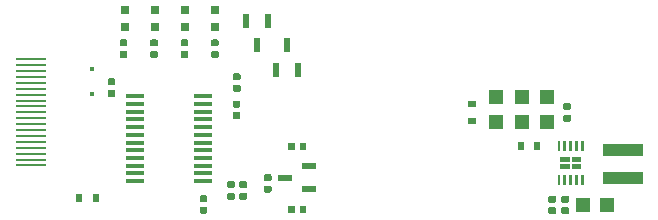
<source format=gbr>
G04 #@! TF.GenerationSoftware,KiCad,Pcbnew,5.1.5+dfsg1-2~bpo10+1*
G04 #@! TF.CreationDate,2020-03-18T11:26:50+01:00*
G04 #@! TF.ProjectId,snickerdoodle-hdmi-breakout,736e6963-6b65-4726-946f-6f646c652d68,rev?*
G04 #@! TF.SameCoordinates,Original*
G04 #@! TF.FileFunction,Paste,Top*
G04 #@! TF.FilePolarity,Positive*
%FSLAX46Y46*%
G04 Gerber Fmt 4.6, Leading zero omitted, Abs format (unit mm)*
G04 Created by KiCad (PCBNEW 5.1.5+dfsg1-2~bpo10+1) date 2020-03-18 11:26:50*
%MOMM*%
%LPD*%
G04 APERTURE LIST*
%ADD10C,0.100000*%
%ADD11R,0.600000X0.800000*%
%ADD12R,0.800000X0.600000*%
%ADD13R,2.600000X0.280000*%
%ADD14R,0.600000X1.300000*%
%ADD15R,3.400000X1.000000*%
%ADD16R,0.800000X0.800000*%
%ADD17R,1.200000X1.200000*%
%ADD18R,1.500000X0.450000*%
%ADD19R,1.300000X0.600000*%
%ADD20R,0.300000X0.400000*%
G04 APERTURE END LIST*
D10*
G36*
X156096958Y-118320710D02*
G01*
X156111276Y-118322834D01*
X156125317Y-118326351D01*
X156138946Y-118331228D01*
X156152031Y-118337417D01*
X156164447Y-118344858D01*
X156176073Y-118353481D01*
X156186798Y-118363202D01*
X156196519Y-118373927D01*
X156205142Y-118385553D01*
X156212583Y-118397969D01*
X156218772Y-118411054D01*
X156223649Y-118424683D01*
X156227166Y-118438724D01*
X156229290Y-118453042D01*
X156230000Y-118467500D01*
X156230000Y-118762500D01*
X156229290Y-118776958D01*
X156227166Y-118791276D01*
X156223649Y-118805317D01*
X156218772Y-118818946D01*
X156212583Y-118832031D01*
X156205142Y-118844447D01*
X156196519Y-118856073D01*
X156186798Y-118866798D01*
X156176073Y-118876519D01*
X156164447Y-118885142D01*
X156152031Y-118892583D01*
X156138946Y-118898772D01*
X156125317Y-118903649D01*
X156111276Y-118907166D01*
X156096958Y-118909290D01*
X156082500Y-118910000D01*
X155737500Y-118910000D01*
X155723042Y-118909290D01*
X155708724Y-118907166D01*
X155694683Y-118903649D01*
X155681054Y-118898772D01*
X155667969Y-118892583D01*
X155655553Y-118885142D01*
X155643927Y-118876519D01*
X155633202Y-118866798D01*
X155623481Y-118856073D01*
X155614858Y-118844447D01*
X155607417Y-118832031D01*
X155601228Y-118818946D01*
X155596351Y-118805317D01*
X155592834Y-118791276D01*
X155590710Y-118776958D01*
X155590000Y-118762500D01*
X155590000Y-118467500D01*
X155590710Y-118453042D01*
X155592834Y-118438724D01*
X155596351Y-118424683D01*
X155601228Y-118411054D01*
X155607417Y-118397969D01*
X155614858Y-118385553D01*
X155623481Y-118373927D01*
X155633202Y-118363202D01*
X155643927Y-118353481D01*
X155655553Y-118344858D01*
X155667969Y-118337417D01*
X155681054Y-118331228D01*
X155694683Y-118326351D01*
X155708724Y-118322834D01*
X155723042Y-118320710D01*
X155737500Y-118320000D01*
X156082500Y-118320000D01*
X156096958Y-118320710D01*
G37*
G36*
X156096958Y-119290710D02*
G01*
X156111276Y-119292834D01*
X156125317Y-119296351D01*
X156138946Y-119301228D01*
X156152031Y-119307417D01*
X156164447Y-119314858D01*
X156176073Y-119323481D01*
X156186798Y-119333202D01*
X156196519Y-119343927D01*
X156205142Y-119355553D01*
X156212583Y-119367969D01*
X156218772Y-119381054D01*
X156223649Y-119394683D01*
X156227166Y-119408724D01*
X156229290Y-119423042D01*
X156230000Y-119437500D01*
X156230000Y-119732500D01*
X156229290Y-119746958D01*
X156227166Y-119761276D01*
X156223649Y-119775317D01*
X156218772Y-119788946D01*
X156212583Y-119802031D01*
X156205142Y-119814447D01*
X156196519Y-119826073D01*
X156186798Y-119836798D01*
X156176073Y-119846519D01*
X156164447Y-119855142D01*
X156152031Y-119862583D01*
X156138946Y-119868772D01*
X156125317Y-119873649D01*
X156111276Y-119877166D01*
X156096958Y-119879290D01*
X156082500Y-119880000D01*
X155737500Y-119880000D01*
X155723042Y-119879290D01*
X155708724Y-119877166D01*
X155694683Y-119873649D01*
X155681054Y-119868772D01*
X155667969Y-119862583D01*
X155655553Y-119855142D01*
X155643927Y-119846519D01*
X155633202Y-119836798D01*
X155623481Y-119826073D01*
X155614858Y-119814447D01*
X155607417Y-119802031D01*
X155601228Y-119788946D01*
X155596351Y-119775317D01*
X155592834Y-119761276D01*
X155590710Y-119746958D01*
X155590000Y-119732500D01*
X155590000Y-119437500D01*
X155590710Y-119423042D01*
X155592834Y-119408724D01*
X155596351Y-119394683D01*
X155601228Y-119381054D01*
X155607417Y-119367969D01*
X155614858Y-119355553D01*
X155623481Y-119343927D01*
X155633202Y-119333202D01*
X155643927Y-119323481D01*
X155655553Y-119314858D01*
X155667969Y-119307417D01*
X155681054Y-119301228D01*
X155694683Y-119296351D01*
X155708724Y-119292834D01*
X155723042Y-119290710D01*
X155737500Y-119290000D01*
X156082500Y-119290000D01*
X156096958Y-119290710D01*
G37*
G36*
X157126958Y-118320710D02*
G01*
X157141276Y-118322834D01*
X157155317Y-118326351D01*
X157168946Y-118331228D01*
X157182031Y-118337417D01*
X157194447Y-118344858D01*
X157206073Y-118353481D01*
X157216798Y-118363202D01*
X157226519Y-118373927D01*
X157235142Y-118385553D01*
X157242583Y-118397969D01*
X157248772Y-118411054D01*
X157253649Y-118424683D01*
X157257166Y-118438724D01*
X157259290Y-118453042D01*
X157260000Y-118467500D01*
X157260000Y-118762500D01*
X157259290Y-118776958D01*
X157257166Y-118791276D01*
X157253649Y-118805317D01*
X157248772Y-118818946D01*
X157242583Y-118832031D01*
X157235142Y-118844447D01*
X157226519Y-118856073D01*
X157216798Y-118866798D01*
X157206073Y-118876519D01*
X157194447Y-118885142D01*
X157182031Y-118892583D01*
X157168946Y-118898772D01*
X157155317Y-118903649D01*
X157141276Y-118907166D01*
X157126958Y-118909290D01*
X157112500Y-118910000D01*
X156767500Y-118910000D01*
X156753042Y-118909290D01*
X156738724Y-118907166D01*
X156724683Y-118903649D01*
X156711054Y-118898772D01*
X156697969Y-118892583D01*
X156685553Y-118885142D01*
X156673927Y-118876519D01*
X156663202Y-118866798D01*
X156653481Y-118856073D01*
X156644858Y-118844447D01*
X156637417Y-118832031D01*
X156631228Y-118818946D01*
X156626351Y-118805317D01*
X156622834Y-118791276D01*
X156620710Y-118776958D01*
X156620000Y-118762500D01*
X156620000Y-118467500D01*
X156620710Y-118453042D01*
X156622834Y-118438724D01*
X156626351Y-118424683D01*
X156631228Y-118411054D01*
X156637417Y-118397969D01*
X156644858Y-118385553D01*
X156653481Y-118373927D01*
X156663202Y-118363202D01*
X156673927Y-118353481D01*
X156685553Y-118344858D01*
X156697969Y-118337417D01*
X156711054Y-118331228D01*
X156724683Y-118326351D01*
X156738724Y-118322834D01*
X156753042Y-118320710D01*
X156767500Y-118320000D01*
X157112500Y-118320000D01*
X157126958Y-118320710D01*
G37*
G36*
X157126958Y-119290710D02*
G01*
X157141276Y-119292834D01*
X157155317Y-119296351D01*
X157168946Y-119301228D01*
X157182031Y-119307417D01*
X157194447Y-119314858D01*
X157206073Y-119323481D01*
X157216798Y-119333202D01*
X157226519Y-119343927D01*
X157235142Y-119355553D01*
X157242583Y-119367969D01*
X157248772Y-119381054D01*
X157253649Y-119394683D01*
X157257166Y-119408724D01*
X157259290Y-119423042D01*
X157260000Y-119437500D01*
X157260000Y-119732500D01*
X157259290Y-119746958D01*
X157257166Y-119761276D01*
X157253649Y-119775317D01*
X157248772Y-119788946D01*
X157242583Y-119802031D01*
X157235142Y-119814447D01*
X157226519Y-119826073D01*
X157216798Y-119836798D01*
X157206073Y-119846519D01*
X157194447Y-119855142D01*
X157182031Y-119862583D01*
X157168946Y-119868772D01*
X157155317Y-119873649D01*
X157141276Y-119877166D01*
X157126958Y-119879290D01*
X157112500Y-119880000D01*
X156767500Y-119880000D01*
X156753042Y-119879290D01*
X156738724Y-119877166D01*
X156724683Y-119873649D01*
X156711054Y-119868772D01*
X156697969Y-119862583D01*
X156685553Y-119855142D01*
X156673927Y-119846519D01*
X156663202Y-119836798D01*
X156653481Y-119826073D01*
X156644858Y-119814447D01*
X156637417Y-119802031D01*
X156631228Y-119788946D01*
X156626351Y-119775317D01*
X156622834Y-119761276D01*
X156620710Y-119746958D01*
X156620000Y-119732500D01*
X156620000Y-119437500D01*
X156620710Y-119423042D01*
X156622834Y-119408724D01*
X156626351Y-119394683D01*
X156631228Y-119381054D01*
X156637417Y-119367969D01*
X156644858Y-119355553D01*
X156653481Y-119343927D01*
X156663202Y-119333202D01*
X156673927Y-119323481D01*
X156685553Y-119314858D01*
X156697969Y-119307417D01*
X156711054Y-119301228D01*
X156724683Y-119296351D01*
X156738724Y-119292834D01*
X156753042Y-119290710D01*
X156767500Y-119290000D01*
X157112500Y-119290000D01*
X157126958Y-119290710D01*
G37*
D11*
X143080000Y-119750000D03*
X144480000Y-119750000D03*
D12*
X176310000Y-111800000D03*
X176310000Y-113200000D03*
D13*
X138980000Y-107990000D03*
X138980000Y-108490000D03*
X138980000Y-108990000D03*
X138980000Y-109490000D03*
X138980000Y-109990000D03*
X138980000Y-110490000D03*
X138980000Y-110990000D03*
X138980000Y-111490000D03*
X138980000Y-111990000D03*
X138980000Y-116990000D03*
X138980000Y-116490000D03*
X138980000Y-115990000D03*
X138980000Y-115490000D03*
X138980000Y-114990000D03*
X138980000Y-114490000D03*
X138980000Y-113990000D03*
X138980000Y-113490000D03*
X138980000Y-112990000D03*
X138980000Y-112490000D03*
D10*
G36*
X185476762Y-116830578D02*
G01*
X185488411Y-116832306D01*
X185499834Y-116835167D01*
X185510922Y-116839134D01*
X185521568Y-116844169D01*
X185531668Y-116850224D01*
X185541127Y-116857239D01*
X185549853Y-116865147D01*
X185557761Y-116873873D01*
X185564776Y-116883332D01*
X185570831Y-116893432D01*
X185575866Y-116904078D01*
X185579833Y-116915166D01*
X185582694Y-116926589D01*
X185584422Y-116938238D01*
X185585000Y-116950000D01*
X185585000Y-117190000D01*
X185584422Y-117201762D01*
X185582694Y-117213411D01*
X185579833Y-117224834D01*
X185575866Y-117235922D01*
X185570831Y-117246568D01*
X185564776Y-117256668D01*
X185557761Y-117266127D01*
X185549853Y-117274853D01*
X185541127Y-117282761D01*
X185531668Y-117289776D01*
X185521568Y-117295831D01*
X185510922Y-117300866D01*
X185499834Y-117304833D01*
X185488411Y-117307694D01*
X185476762Y-117309422D01*
X185465000Y-117310000D01*
X184895000Y-117310000D01*
X184883238Y-117309422D01*
X184871589Y-117307694D01*
X184860166Y-117304833D01*
X184849078Y-117300866D01*
X184838432Y-117295831D01*
X184828332Y-117289776D01*
X184818873Y-117282761D01*
X184810147Y-117274853D01*
X184802239Y-117266127D01*
X184795224Y-117256668D01*
X184789169Y-117246568D01*
X184784134Y-117235922D01*
X184780167Y-117224834D01*
X184777306Y-117213411D01*
X184775578Y-117201762D01*
X184775000Y-117190000D01*
X184775000Y-116950000D01*
X184775578Y-116938238D01*
X184777306Y-116926589D01*
X184780167Y-116915166D01*
X184784134Y-116904078D01*
X184789169Y-116893432D01*
X184795224Y-116883332D01*
X184802239Y-116873873D01*
X184810147Y-116865147D01*
X184818873Y-116857239D01*
X184828332Y-116850224D01*
X184838432Y-116844169D01*
X184849078Y-116839134D01*
X184860166Y-116835167D01*
X184871589Y-116832306D01*
X184883238Y-116830578D01*
X184895000Y-116830000D01*
X185465000Y-116830000D01*
X185476762Y-116830578D01*
G37*
G36*
X184476762Y-116230578D02*
G01*
X184488411Y-116232306D01*
X184499834Y-116235167D01*
X184510922Y-116239134D01*
X184521568Y-116244169D01*
X184531668Y-116250224D01*
X184541127Y-116257239D01*
X184549853Y-116265147D01*
X184557761Y-116273873D01*
X184564776Y-116283332D01*
X184570831Y-116293432D01*
X184575866Y-116304078D01*
X184579833Y-116315166D01*
X184582694Y-116326589D01*
X184584422Y-116338238D01*
X184585000Y-116350000D01*
X184585000Y-116590000D01*
X184584422Y-116601762D01*
X184582694Y-116613411D01*
X184579833Y-116624834D01*
X184575866Y-116635922D01*
X184570831Y-116646568D01*
X184564776Y-116656668D01*
X184557761Y-116666127D01*
X184549853Y-116674853D01*
X184541127Y-116682761D01*
X184531668Y-116689776D01*
X184521568Y-116695831D01*
X184510922Y-116700866D01*
X184499834Y-116704833D01*
X184488411Y-116707694D01*
X184476762Y-116709422D01*
X184465000Y-116710000D01*
X183895000Y-116710000D01*
X183883238Y-116709422D01*
X183871589Y-116707694D01*
X183860166Y-116704833D01*
X183849078Y-116700866D01*
X183838432Y-116695831D01*
X183828332Y-116689776D01*
X183818873Y-116682761D01*
X183810147Y-116674853D01*
X183802239Y-116666127D01*
X183795224Y-116656668D01*
X183789169Y-116646568D01*
X183784134Y-116635922D01*
X183780167Y-116624834D01*
X183777306Y-116613411D01*
X183775578Y-116601762D01*
X183775000Y-116590000D01*
X183775000Y-116350000D01*
X183775578Y-116338238D01*
X183777306Y-116326589D01*
X183780167Y-116315166D01*
X183784134Y-116304078D01*
X183789169Y-116293432D01*
X183795224Y-116283332D01*
X183802239Y-116273873D01*
X183810147Y-116265147D01*
X183818873Y-116257239D01*
X183828332Y-116250224D01*
X183838432Y-116244169D01*
X183849078Y-116239134D01*
X183860166Y-116235167D01*
X183871589Y-116232306D01*
X183883238Y-116230578D01*
X183895000Y-116230000D01*
X184465000Y-116230000D01*
X184476762Y-116230578D01*
G37*
G36*
X184748626Y-117770301D02*
G01*
X184754693Y-117771201D01*
X184760643Y-117772691D01*
X184766418Y-117774758D01*
X184771962Y-117777380D01*
X184777223Y-117780533D01*
X184782150Y-117784187D01*
X184786694Y-117788306D01*
X184790813Y-117792850D01*
X184794467Y-117797777D01*
X184797620Y-117803038D01*
X184800242Y-117808582D01*
X184802309Y-117814357D01*
X184803799Y-117820307D01*
X184804699Y-117826374D01*
X184805000Y-117832500D01*
X184805000Y-118582500D01*
X184804699Y-118588626D01*
X184803799Y-118594693D01*
X184802309Y-118600643D01*
X184800242Y-118606418D01*
X184797620Y-118611962D01*
X184794467Y-118617223D01*
X184790813Y-118622150D01*
X184786694Y-118626694D01*
X184782150Y-118630813D01*
X184777223Y-118634467D01*
X184771962Y-118637620D01*
X184766418Y-118640242D01*
X184760643Y-118642309D01*
X184754693Y-118643799D01*
X184748626Y-118644699D01*
X184742500Y-118645000D01*
X184617500Y-118645000D01*
X184611374Y-118644699D01*
X184605307Y-118643799D01*
X184599357Y-118642309D01*
X184593582Y-118640242D01*
X184588038Y-118637620D01*
X184582777Y-118634467D01*
X184577850Y-118630813D01*
X184573306Y-118626694D01*
X184569187Y-118622150D01*
X184565533Y-118617223D01*
X184562380Y-118611962D01*
X184559758Y-118606418D01*
X184557691Y-118600643D01*
X184556201Y-118594693D01*
X184555301Y-118588626D01*
X184555000Y-118582500D01*
X184555000Y-117832500D01*
X184555301Y-117826374D01*
X184556201Y-117820307D01*
X184557691Y-117814357D01*
X184559758Y-117808582D01*
X184562380Y-117803038D01*
X184565533Y-117797777D01*
X184569187Y-117792850D01*
X184573306Y-117788306D01*
X184577850Y-117784187D01*
X184582777Y-117780533D01*
X184588038Y-117777380D01*
X184593582Y-117774758D01*
X184599357Y-117772691D01*
X184605307Y-117771201D01*
X184611374Y-117770301D01*
X184617500Y-117770000D01*
X184742500Y-117770000D01*
X184748626Y-117770301D01*
G37*
G36*
X185248626Y-117770301D02*
G01*
X185254693Y-117771201D01*
X185260643Y-117772691D01*
X185266418Y-117774758D01*
X185271962Y-117777380D01*
X185277223Y-117780533D01*
X185282150Y-117784187D01*
X185286694Y-117788306D01*
X185290813Y-117792850D01*
X185294467Y-117797777D01*
X185297620Y-117803038D01*
X185300242Y-117808582D01*
X185302309Y-117814357D01*
X185303799Y-117820307D01*
X185304699Y-117826374D01*
X185305000Y-117832500D01*
X185305000Y-118582500D01*
X185304699Y-118588626D01*
X185303799Y-118594693D01*
X185302309Y-118600643D01*
X185300242Y-118606418D01*
X185297620Y-118611962D01*
X185294467Y-118617223D01*
X185290813Y-118622150D01*
X185286694Y-118626694D01*
X185282150Y-118630813D01*
X185277223Y-118634467D01*
X185271962Y-118637620D01*
X185266418Y-118640242D01*
X185260643Y-118642309D01*
X185254693Y-118643799D01*
X185248626Y-118644699D01*
X185242500Y-118645000D01*
X185117500Y-118645000D01*
X185111374Y-118644699D01*
X185105307Y-118643799D01*
X185099357Y-118642309D01*
X185093582Y-118640242D01*
X185088038Y-118637620D01*
X185082777Y-118634467D01*
X185077850Y-118630813D01*
X185073306Y-118626694D01*
X185069187Y-118622150D01*
X185065533Y-118617223D01*
X185062380Y-118611962D01*
X185059758Y-118606418D01*
X185057691Y-118600643D01*
X185056201Y-118594693D01*
X185055301Y-118588626D01*
X185055000Y-118582500D01*
X185055000Y-117832500D01*
X185055301Y-117826374D01*
X185056201Y-117820307D01*
X185057691Y-117814357D01*
X185059758Y-117808582D01*
X185062380Y-117803038D01*
X185065533Y-117797777D01*
X185069187Y-117792850D01*
X185073306Y-117788306D01*
X185077850Y-117784187D01*
X185082777Y-117780533D01*
X185088038Y-117777380D01*
X185093582Y-117774758D01*
X185099357Y-117772691D01*
X185105307Y-117771201D01*
X185111374Y-117770301D01*
X185117500Y-117770000D01*
X185242500Y-117770000D01*
X185248626Y-117770301D01*
G37*
G36*
X185748626Y-117770301D02*
G01*
X185754693Y-117771201D01*
X185760643Y-117772691D01*
X185766418Y-117774758D01*
X185771962Y-117777380D01*
X185777223Y-117780533D01*
X185782150Y-117784187D01*
X185786694Y-117788306D01*
X185790813Y-117792850D01*
X185794467Y-117797777D01*
X185797620Y-117803038D01*
X185800242Y-117808582D01*
X185802309Y-117814357D01*
X185803799Y-117820307D01*
X185804699Y-117826374D01*
X185805000Y-117832500D01*
X185805000Y-118582500D01*
X185804699Y-118588626D01*
X185803799Y-118594693D01*
X185802309Y-118600643D01*
X185800242Y-118606418D01*
X185797620Y-118611962D01*
X185794467Y-118617223D01*
X185790813Y-118622150D01*
X185786694Y-118626694D01*
X185782150Y-118630813D01*
X185777223Y-118634467D01*
X185771962Y-118637620D01*
X185766418Y-118640242D01*
X185760643Y-118642309D01*
X185754693Y-118643799D01*
X185748626Y-118644699D01*
X185742500Y-118645000D01*
X185617500Y-118645000D01*
X185611374Y-118644699D01*
X185605307Y-118643799D01*
X185599357Y-118642309D01*
X185593582Y-118640242D01*
X185588038Y-118637620D01*
X185582777Y-118634467D01*
X185577850Y-118630813D01*
X185573306Y-118626694D01*
X185569187Y-118622150D01*
X185565533Y-118617223D01*
X185562380Y-118611962D01*
X185559758Y-118606418D01*
X185557691Y-118600643D01*
X185556201Y-118594693D01*
X185555301Y-118588626D01*
X185555000Y-118582500D01*
X185555000Y-117832500D01*
X185555301Y-117826374D01*
X185556201Y-117820307D01*
X185557691Y-117814357D01*
X185559758Y-117808582D01*
X185562380Y-117803038D01*
X185565533Y-117797777D01*
X185569187Y-117792850D01*
X185573306Y-117788306D01*
X185577850Y-117784187D01*
X185582777Y-117780533D01*
X185588038Y-117777380D01*
X185593582Y-117774758D01*
X185599357Y-117772691D01*
X185605307Y-117771201D01*
X185611374Y-117770301D01*
X185617500Y-117770000D01*
X185742500Y-117770000D01*
X185748626Y-117770301D01*
G37*
G36*
X183748626Y-117770301D02*
G01*
X183754693Y-117771201D01*
X183760643Y-117772691D01*
X183766418Y-117774758D01*
X183771962Y-117777380D01*
X183777223Y-117780533D01*
X183782150Y-117784187D01*
X183786694Y-117788306D01*
X183790813Y-117792850D01*
X183794467Y-117797777D01*
X183797620Y-117803038D01*
X183800242Y-117808582D01*
X183802309Y-117814357D01*
X183803799Y-117820307D01*
X183804699Y-117826374D01*
X183805000Y-117832500D01*
X183805000Y-118582500D01*
X183804699Y-118588626D01*
X183803799Y-118594693D01*
X183802309Y-118600643D01*
X183800242Y-118606418D01*
X183797620Y-118611962D01*
X183794467Y-118617223D01*
X183790813Y-118622150D01*
X183786694Y-118626694D01*
X183782150Y-118630813D01*
X183777223Y-118634467D01*
X183771962Y-118637620D01*
X183766418Y-118640242D01*
X183760643Y-118642309D01*
X183754693Y-118643799D01*
X183748626Y-118644699D01*
X183742500Y-118645000D01*
X183617500Y-118645000D01*
X183611374Y-118644699D01*
X183605307Y-118643799D01*
X183599357Y-118642309D01*
X183593582Y-118640242D01*
X183588038Y-118637620D01*
X183582777Y-118634467D01*
X183577850Y-118630813D01*
X183573306Y-118626694D01*
X183569187Y-118622150D01*
X183565533Y-118617223D01*
X183562380Y-118611962D01*
X183559758Y-118606418D01*
X183557691Y-118600643D01*
X183556201Y-118594693D01*
X183555301Y-118588626D01*
X183555000Y-118582500D01*
X183555000Y-117832500D01*
X183555301Y-117826374D01*
X183556201Y-117820307D01*
X183557691Y-117814357D01*
X183559758Y-117808582D01*
X183562380Y-117803038D01*
X183565533Y-117797777D01*
X183569187Y-117792850D01*
X183573306Y-117788306D01*
X183577850Y-117784187D01*
X183582777Y-117780533D01*
X183588038Y-117777380D01*
X183593582Y-117774758D01*
X183599357Y-117772691D01*
X183605307Y-117771201D01*
X183611374Y-117770301D01*
X183617500Y-117770000D01*
X183742500Y-117770000D01*
X183748626Y-117770301D01*
G37*
G36*
X184248626Y-117770301D02*
G01*
X184254693Y-117771201D01*
X184260643Y-117772691D01*
X184266418Y-117774758D01*
X184271962Y-117777380D01*
X184277223Y-117780533D01*
X184282150Y-117784187D01*
X184286694Y-117788306D01*
X184290813Y-117792850D01*
X184294467Y-117797777D01*
X184297620Y-117803038D01*
X184300242Y-117808582D01*
X184302309Y-117814357D01*
X184303799Y-117820307D01*
X184304699Y-117826374D01*
X184305000Y-117832500D01*
X184305000Y-118582500D01*
X184304699Y-118588626D01*
X184303799Y-118594693D01*
X184302309Y-118600643D01*
X184300242Y-118606418D01*
X184297620Y-118611962D01*
X184294467Y-118617223D01*
X184290813Y-118622150D01*
X184286694Y-118626694D01*
X184282150Y-118630813D01*
X184277223Y-118634467D01*
X184271962Y-118637620D01*
X184266418Y-118640242D01*
X184260643Y-118642309D01*
X184254693Y-118643799D01*
X184248626Y-118644699D01*
X184242500Y-118645000D01*
X184117500Y-118645000D01*
X184111374Y-118644699D01*
X184105307Y-118643799D01*
X184099357Y-118642309D01*
X184093582Y-118640242D01*
X184088038Y-118637620D01*
X184082777Y-118634467D01*
X184077850Y-118630813D01*
X184073306Y-118626694D01*
X184069187Y-118622150D01*
X184065533Y-118617223D01*
X184062380Y-118611962D01*
X184059758Y-118606418D01*
X184057691Y-118600643D01*
X184056201Y-118594693D01*
X184055301Y-118588626D01*
X184055000Y-118582500D01*
X184055000Y-117832500D01*
X184055301Y-117826374D01*
X184056201Y-117820307D01*
X184057691Y-117814357D01*
X184059758Y-117808582D01*
X184062380Y-117803038D01*
X184065533Y-117797777D01*
X184069187Y-117792850D01*
X184073306Y-117788306D01*
X184077850Y-117784187D01*
X184082777Y-117780533D01*
X184088038Y-117777380D01*
X184093582Y-117774758D01*
X184099357Y-117772691D01*
X184105307Y-117771201D01*
X184111374Y-117770301D01*
X184117500Y-117770000D01*
X184242500Y-117770000D01*
X184248626Y-117770301D01*
G37*
G36*
X184248626Y-114895301D02*
G01*
X184254693Y-114896201D01*
X184260643Y-114897691D01*
X184266418Y-114899758D01*
X184271962Y-114902380D01*
X184277223Y-114905533D01*
X184282150Y-114909187D01*
X184286694Y-114913306D01*
X184290813Y-114917850D01*
X184294467Y-114922777D01*
X184297620Y-114928038D01*
X184300242Y-114933582D01*
X184302309Y-114939357D01*
X184303799Y-114945307D01*
X184304699Y-114951374D01*
X184305000Y-114957500D01*
X184305000Y-115707500D01*
X184304699Y-115713626D01*
X184303799Y-115719693D01*
X184302309Y-115725643D01*
X184300242Y-115731418D01*
X184297620Y-115736962D01*
X184294467Y-115742223D01*
X184290813Y-115747150D01*
X184286694Y-115751694D01*
X184282150Y-115755813D01*
X184277223Y-115759467D01*
X184271962Y-115762620D01*
X184266418Y-115765242D01*
X184260643Y-115767309D01*
X184254693Y-115768799D01*
X184248626Y-115769699D01*
X184242500Y-115770000D01*
X184117500Y-115770000D01*
X184111374Y-115769699D01*
X184105307Y-115768799D01*
X184099357Y-115767309D01*
X184093582Y-115765242D01*
X184088038Y-115762620D01*
X184082777Y-115759467D01*
X184077850Y-115755813D01*
X184073306Y-115751694D01*
X184069187Y-115747150D01*
X184065533Y-115742223D01*
X184062380Y-115736962D01*
X184059758Y-115731418D01*
X184057691Y-115725643D01*
X184056201Y-115719693D01*
X184055301Y-115713626D01*
X184055000Y-115707500D01*
X184055000Y-114957500D01*
X184055301Y-114951374D01*
X184056201Y-114945307D01*
X184057691Y-114939357D01*
X184059758Y-114933582D01*
X184062380Y-114928038D01*
X184065533Y-114922777D01*
X184069187Y-114917850D01*
X184073306Y-114913306D01*
X184077850Y-114909187D01*
X184082777Y-114905533D01*
X184088038Y-114902380D01*
X184093582Y-114899758D01*
X184099357Y-114897691D01*
X184105307Y-114896201D01*
X184111374Y-114895301D01*
X184117500Y-114895000D01*
X184242500Y-114895000D01*
X184248626Y-114895301D01*
G37*
G36*
X183748626Y-114895301D02*
G01*
X183754693Y-114896201D01*
X183760643Y-114897691D01*
X183766418Y-114899758D01*
X183771962Y-114902380D01*
X183777223Y-114905533D01*
X183782150Y-114909187D01*
X183786694Y-114913306D01*
X183790813Y-114917850D01*
X183794467Y-114922777D01*
X183797620Y-114928038D01*
X183800242Y-114933582D01*
X183802309Y-114939357D01*
X183803799Y-114945307D01*
X183804699Y-114951374D01*
X183805000Y-114957500D01*
X183805000Y-115707500D01*
X183804699Y-115713626D01*
X183803799Y-115719693D01*
X183802309Y-115725643D01*
X183800242Y-115731418D01*
X183797620Y-115736962D01*
X183794467Y-115742223D01*
X183790813Y-115747150D01*
X183786694Y-115751694D01*
X183782150Y-115755813D01*
X183777223Y-115759467D01*
X183771962Y-115762620D01*
X183766418Y-115765242D01*
X183760643Y-115767309D01*
X183754693Y-115768799D01*
X183748626Y-115769699D01*
X183742500Y-115770000D01*
X183617500Y-115770000D01*
X183611374Y-115769699D01*
X183605307Y-115768799D01*
X183599357Y-115767309D01*
X183593582Y-115765242D01*
X183588038Y-115762620D01*
X183582777Y-115759467D01*
X183577850Y-115755813D01*
X183573306Y-115751694D01*
X183569187Y-115747150D01*
X183565533Y-115742223D01*
X183562380Y-115736962D01*
X183559758Y-115731418D01*
X183557691Y-115725643D01*
X183556201Y-115719693D01*
X183555301Y-115713626D01*
X183555000Y-115707500D01*
X183555000Y-114957500D01*
X183555301Y-114951374D01*
X183556201Y-114945307D01*
X183557691Y-114939357D01*
X183559758Y-114933582D01*
X183562380Y-114928038D01*
X183565533Y-114922777D01*
X183569187Y-114917850D01*
X183573306Y-114913306D01*
X183577850Y-114909187D01*
X183582777Y-114905533D01*
X183588038Y-114902380D01*
X183593582Y-114899758D01*
X183599357Y-114897691D01*
X183605307Y-114896201D01*
X183611374Y-114895301D01*
X183617500Y-114895000D01*
X183742500Y-114895000D01*
X183748626Y-114895301D01*
G37*
G36*
X185476762Y-116230578D02*
G01*
X185488411Y-116232306D01*
X185499834Y-116235167D01*
X185510922Y-116239134D01*
X185521568Y-116244169D01*
X185531668Y-116250224D01*
X185541127Y-116257239D01*
X185549853Y-116265147D01*
X185557761Y-116273873D01*
X185564776Y-116283332D01*
X185570831Y-116293432D01*
X185575866Y-116304078D01*
X185579833Y-116315166D01*
X185582694Y-116326589D01*
X185584422Y-116338238D01*
X185585000Y-116350000D01*
X185585000Y-116590000D01*
X185584422Y-116601762D01*
X185582694Y-116613411D01*
X185579833Y-116624834D01*
X185575866Y-116635922D01*
X185570831Y-116646568D01*
X185564776Y-116656668D01*
X185557761Y-116666127D01*
X185549853Y-116674853D01*
X185541127Y-116682761D01*
X185531668Y-116689776D01*
X185521568Y-116695831D01*
X185510922Y-116700866D01*
X185499834Y-116704833D01*
X185488411Y-116707694D01*
X185476762Y-116709422D01*
X185465000Y-116710000D01*
X184895000Y-116710000D01*
X184883238Y-116709422D01*
X184871589Y-116707694D01*
X184860166Y-116704833D01*
X184849078Y-116700866D01*
X184838432Y-116695831D01*
X184828332Y-116689776D01*
X184818873Y-116682761D01*
X184810147Y-116674853D01*
X184802239Y-116666127D01*
X184795224Y-116656668D01*
X184789169Y-116646568D01*
X184784134Y-116635922D01*
X184780167Y-116624834D01*
X184777306Y-116613411D01*
X184775578Y-116601762D01*
X184775000Y-116590000D01*
X184775000Y-116350000D01*
X184775578Y-116338238D01*
X184777306Y-116326589D01*
X184780167Y-116315166D01*
X184784134Y-116304078D01*
X184789169Y-116293432D01*
X184795224Y-116283332D01*
X184802239Y-116273873D01*
X184810147Y-116265147D01*
X184818873Y-116257239D01*
X184828332Y-116250224D01*
X184838432Y-116244169D01*
X184849078Y-116239134D01*
X184860166Y-116235167D01*
X184871589Y-116232306D01*
X184883238Y-116230578D01*
X184895000Y-116230000D01*
X185465000Y-116230000D01*
X185476762Y-116230578D01*
G37*
G36*
X184476762Y-116830578D02*
G01*
X184488411Y-116832306D01*
X184499834Y-116835167D01*
X184510922Y-116839134D01*
X184521568Y-116844169D01*
X184531668Y-116850224D01*
X184541127Y-116857239D01*
X184549853Y-116865147D01*
X184557761Y-116873873D01*
X184564776Y-116883332D01*
X184570831Y-116893432D01*
X184575866Y-116904078D01*
X184579833Y-116915166D01*
X184582694Y-116926589D01*
X184584422Y-116938238D01*
X184585000Y-116950000D01*
X184585000Y-117190000D01*
X184584422Y-117201762D01*
X184582694Y-117213411D01*
X184579833Y-117224834D01*
X184575866Y-117235922D01*
X184570831Y-117246568D01*
X184564776Y-117256668D01*
X184557761Y-117266127D01*
X184549853Y-117274853D01*
X184541127Y-117282761D01*
X184531668Y-117289776D01*
X184521568Y-117295831D01*
X184510922Y-117300866D01*
X184499834Y-117304833D01*
X184488411Y-117307694D01*
X184476762Y-117309422D01*
X184465000Y-117310000D01*
X183895000Y-117310000D01*
X183883238Y-117309422D01*
X183871589Y-117307694D01*
X183860166Y-117304833D01*
X183849078Y-117300866D01*
X183838432Y-117295831D01*
X183828332Y-117289776D01*
X183818873Y-117282761D01*
X183810147Y-117274853D01*
X183802239Y-117266127D01*
X183795224Y-117256668D01*
X183789169Y-117246568D01*
X183784134Y-117235922D01*
X183780167Y-117224834D01*
X183777306Y-117213411D01*
X183775578Y-117201762D01*
X183775000Y-117190000D01*
X183775000Y-116950000D01*
X183775578Y-116938238D01*
X183777306Y-116926589D01*
X183780167Y-116915166D01*
X183784134Y-116904078D01*
X183789169Y-116893432D01*
X183795224Y-116883332D01*
X183802239Y-116873873D01*
X183810147Y-116865147D01*
X183818873Y-116857239D01*
X183828332Y-116850224D01*
X183838432Y-116844169D01*
X183849078Y-116839134D01*
X183860166Y-116835167D01*
X183871589Y-116832306D01*
X183883238Y-116830578D01*
X183895000Y-116830000D01*
X184465000Y-116830000D01*
X184476762Y-116830578D01*
G37*
G36*
X185748626Y-114895301D02*
G01*
X185754693Y-114896201D01*
X185760643Y-114897691D01*
X185766418Y-114899758D01*
X185771962Y-114902380D01*
X185777223Y-114905533D01*
X185782150Y-114909187D01*
X185786694Y-114913306D01*
X185790813Y-114917850D01*
X185794467Y-114922777D01*
X185797620Y-114928038D01*
X185800242Y-114933582D01*
X185802309Y-114939357D01*
X185803799Y-114945307D01*
X185804699Y-114951374D01*
X185805000Y-114957500D01*
X185805000Y-115707500D01*
X185804699Y-115713626D01*
X185803799Y-115719693D01*
X185802309Y-115725643D01*
X185800242Y-115731418D01*
X185797620Y-115736962D01*
X185794467Y-115742223D01*
X185790813Y-115747150D01*
X185786694Y-115751694D01*
X185782150Y-115755813D01*
X185777223Y-115759467D01*
X185771962Y-115762620D01*
X185766418Y-115765242D01*
X185760643Y-115767309D01*
X185754693Y-115768799D01*
X185748626Y-115769699D01*
X185742500Y-115770000D01*
X185617500Y-115770000D01*
X185611374Y-115769699D01*
X185605307Y-115768799D01*
X185599357Y-115767309D01*
X185593582Y-115765242D01*
X185588038Y-115762620D01*
X185582777Y-115759467D01*
X185577850Y-115755813D01*
X185573306Y-115751694D01*
X185569187Y-115747150D01*
X185565533Y-115742223D01*
X185562380Y-115736962D01*
X185559758Y-115731418D01*
X185557691Y-115725643D01*
X185556201Y-115719693D01*
X185555301Y-115713626D01*
X185555000Y-115707500D01*
X185555000Y-114957500D01*
X185555301Y-114951374D01*
X185556201Y-114945307D01*
X185557691Y-114939357D01*
X185559758Y-114933582D01*
X185562380Y-114928038D01*
X185565533Y-114922777D01*
X185569187Y-114917850D01*
X185573306Y-114913306D01*
X185577850Y-114909187D01*
X185582777Y-114905533D01*
X185588038Y-114902380D01*
X185593582Y-114899758D01*
X185599357Y-114897691D01*
X185605307Y-114896201D01*
X185611374Y-114895301D01*
X185617500Y-114895000D01*
X185742500Y-114895000D01*
X185748626Y-114895301D01*
G37*
G36*
X185248626Y-114895301D02*
G01*
X185254693Y-114896201D01*
X185260643Y-114897691D01*
X185266418Y-114899758D01*
X185271962Y-114902380D01*
X185277223Y-114905533D01*
X185282150Y-114909187D01*
X185286694Y-114913306D01*
X185290813Y-114917850D01*
X185294467Y-114922777D01*
X185297620Y-114928038D01*
X185300242Y-114933582D01*
X185302309Y-114939357D01*
X185303799Y-114945307D01*
X185304699Y-114951374D01*
X185305000Y-114957500D01*
X185305000Y-115707500D01*
X185304699Y-115713626D01*
X185303799Y-115719693D01*
X185302309Y-115725643D01*
X185300242Y-115731418D01*
X185297620Y-115736962D01*
X185294467Y-115742223D01*
X185290813Y-115747150D01*
X185286694Y-115751694D01*
X185282150Y-115755813D01*
X185277223Y-115759467D01*
X185271962Y-115762620D01*
X185266418Y-115765242D01*
X185260643Y-115767309D01*
X185254693Y-115768799D01*
X185248626Y-115769699D01*
X185242500Y-115770000D01*
X185117500Y-115770000D01*
X185111374Y-115769699D01*
X185105307Y-115768799D01*
X185099357Y-115767309D01*
X185093582Y-115765242D01*
X185088038Y-115762620D01*
X185082777Y-115759467D01*
X185077850Y-115755813D01*
X185073306Y-115751694D01*
X185069187Y-115747150D01*
X185065533Y-115742223D01*
X185062380Y-115736962D01*
X185059758Y-115731418D01*
X185057691Y-115725643D01*
X185056201Y-115719693D01*
X185055301Y-115713626D01*
X185055000Y-115707500D01*
X185055000Y-114957500D01*
X185055301Y-114951374D01*
X185056201Y-114945307D01*
X185057691Y-114939357D01*
X185059758Y-114933582D01*
X185062380Y-114928038D01*
X185065533Y-114922777D01*
X185069187Y-114917850D01*
X185073306Y-114913306D01*
X185077850Y-114909187D01*
X185082777Y-114905533D01*
X185088038Y-114902380D01*
X185093582Y-114899758D01*
X185099357Y-114897691D01*
X185105307Y-114896201D01*
X185111374Y-114895301D01*
X185117500Y-114895000D01*
X185242500Y-114895000D01*
X185248626Y-114895301D01*
G37*
G36*
X184748626Y-114895301D02*
G01*
X184754693Y-114896201D01*
X184760643Y-114897691D01*
X184766418Y-114899758D01*
X184771962Y-114902380D01*
X184777223Y-114905533D01*
X184782150Y-114909187D01*
X184786694Y-114913306D01*
X184790813Y-114917850D01*
X184794467Y-114922777D01*
X184797620Y-114928038D01*
X184800242Y-114933582D01*
X184802309Y-114939357D01*
X184803799Y-114945307D01*
X184804699Y-114951374D01*
X184805000Y-114957500D01*
X184805000Y-115707500D01*
X184804699Y-115713626D01*
X184803799Y-115719693D01*
X184802309Y-115725643D01*
X184800242Y-115731418D01*
X184797620Y-115736962D01*
X184794467Y-115742223D01*
X184790813Y-115747150D01*
X184786694Y-115751694D01*
X184782150Y-115755813D01*
X184777223Y-115759467D01*
X184771962Y-115762620D01*
X184766418Y-115765242D01*
X184760643Y-115767309D01*
X184754693Y-115768799D01*
X184748626Y-115769699D01*
X184742500Y-115770000D01*
X184617500Y-115770000D01*
X184611374Y-115769699D01*
X184605307Y-115768799D01*
X184599357Y-115767309D01*
X184593582Y-115765242D01*
X184588038Y-115762620D01*
X184582777Y-115759467D01*
X184577850Y-115755813D01*
X184573306Y-115751694D01*
X184569187Y-115747150D01*
X184565533Y-115742223D01*
X184562380Y-115736962D01*
X184559758Y-115731418D01*
X184557691Y-115725643D01*
X184556201Y-115719693D01*
X184555301Y-115713626D01*
X184555000Y-115707500D01*
X184555000Y-114957500D01*
X184555301Y-114951374D01*
X184556201Y-114945307D01*
X184557691Y-114939357D01*
X184559758Y-114933582D01*
X184562380Y-114928038D01*
X184565533Y-114922777D01*
X184569187Y-114917850D01*
X184573306Y-114913306D01*
X184577850Y-114909187D01*
X184582777Y-114905533D01*
X184588038Y-114902380D01*
X184593582Y-114899758D01*
X184599357Y-114897691D01*
X184605307Y-114896201D01*
X184611374Y-114895301D01*
X184617500Y-114895000D01*
X184742500Y-114895000D01*
X184748626Y-114895301D01*
G37*
G36*
X184386958Y-120520710D02*
G01*
X184401276Y-120522834D01*
X184415317Y-120526351D01*
X184428946Y-120531228D01*
X184442031Y-120537417D01*
X184454447Y-120544858D01*
X184466073Y-120553481D01*
X184476798Y-120563202D01*
X184486519Y-120573927D01*
X184495142Y-120585553D01*
X184502583Y-120597969D01*
X184508772Y-120611054D01*
X184513649Y-120624683D01*
X184517166Y-120638724D01*
X184519290Y-120653042D01*
X184520000Y-120667500D01*
X184520000Y-120962500D01*
X184519290Y-120976958D01*
X184517166Y-120991276D01*
X184513649Y-121005317D01*
X184508772Y-121018946D01*
X184502583Y-121032031D01*
X184495142Y-121044447D01*
X184486519Y-121056073D01*
X184476798Y-121066798D01*
X184466073Y-121076519D01*
X184454447Y-121085142D01*
X184442031Y-121092583D01*
X184428946Y-121098772D01*
X184415317Y-121103649D01*
X184401276Y-121107166D01*
X184386958Y-121109290D01*
X184372500Y-121110000D01*
X184027500Y-121110000D01*
X184013042Y-121109290D01*
X183998724Y-121107166D01*
X183984683Y-121103649D01*
X183971054Y-121098772D01*
X183957969Y-121092583D01*
X183945553Y-121085142D01*
X183933927Y-121076519D01*
X183923202Y-121066798D01*
X183913481Y-121056073D01*
X183904858Y-121044447D01*
X183897417Y-121032031D01*
X183891228Y-121018946D01*
X183886351Y-121005317D01*
X183882834Y-120991276D01*
X183880710Y-120976958D01*
X183880000Y-120962500D01*
X183880000Y-120667500D01*
X183880710Y-120653042D01*
X183882834Y-120638724D01*
X183886351Y-120624683D01*
X183891228Y-120611054D01*
X183897417Y-120597969D01*
X183904858Y-120585553D01*
X183913481Y-120573927D01*
X183923202Y-120563202D01*
X183933927Y-120553481D01*
X183945553Y-120544858D01*
X183957969Y-120537417D01*
X183971054Y-120531228D01*
X183984683Y-120526351D01*
X183998724Y-120522834D01*
X184013042Y-120520710D01*
X184027500Y-120520000D01*
X184372500Y-120520000D01*
X184386958Y-120520710D01*
G37*
G36*
X184386958Y-119550710D02*
G01*
X184401276Y-119552834D01*
X184415317Y-119556351D01*
X184428946Y-119561228D01*
X184442031Y-119567417D01*
X184454447Y-119574858D01*
X184466073Y-119583481D01*
X184476798Y-119593202D01*
X184486519Y-119603927D01*
X184495142Y-119615553D01*
X184502583Y-119627969D01*
X184508772Y-119641054D01*
X184513649Y-119654683D01*
X184517166Y-119668724D01*
X184519290Y-119683042D01*
X184520000Y-119697500D01*
X184520000Y-119992500D01*
X184519290Y-120006958D01*
X184517166Y-120021276D01*
X184513649Y-120035317D01*
X184508772Y-120048946D01*
X184502583Y-120062031D01*
X184495142Y-120074447D01*
X184486519Y-120086073D01*
X184476798Y-120096798D01*
X184466073Y-120106519D01*
X184454447Y-120115142D01*
X184442031Y-120122583D01*
X184428946Y-120128772D01*
X184415317Y-120133649D01*
X184401276Y-120137166D01*
X184386958Y-120139290D01*
X184372500Y-120140000D01*
X184027500Y-120140000D01*
X184013042Y-120139290D01*
X183998724Y-120137166D01*
X183984683Y-120133649D01*
X183971054Y-120128772D01*
X183957969Y-120122583D01*
X183945553Y-120115142D01*
X183933927Y-120106519D01*
X183923202Y-120096798D01*
X183913481Y-120086073D01*
X183904858Y-120074447D01*
X183897417Y-120062031D01*
X183891228Y-120048946D01*
X183886351Y-120035317D01*
X183882834Y-120021276D01*
X183880710Y-120006958D01*
X183880000Y-119992500D01*
X183880000Y-119697500D01*
X183880710Y-119683042D01*
X183882834Y-119668724D01*
X183886351Y-119654683D01*
X183891228Y-119641054D01*
X183897417Y-119627969D01*
X183904858Y-119615553D01*
X183913481Y-119603927D01*
X183923202Y-119593202D01*
X183933927Y-119583481D01*
X183945553Y-119574858D01*
X183957969Y-119567417D01*
X183971054Y-119561228D01*
X183984683Y-119556351D01*
X183998724Y-119552834D01*
X184013042Y-119550710D01*
X184027500Y-119550000D01*
X184372500Y-119550000D01*
X184386958Y-119550710D01*
G37*
G36*
X184546958Y-111710710D02*
G01*
X184561276Y-111712834D01*
X184575317Y-111716351D01*
X184588946Y-111721228D01*
X184602031Y-111727417D01*
X184614447Y-111734858D01*
X184626073Y-111743481D01*
X184636798Y-111753202D01*
X184646519Y-111763927D01*
X184655142Y-111775553D01*
X184662583Y-111787969D01*
X184668772Y-111801054D01*
X184673649Y-111814683D01*
X184677166Y-111828724D01*
X184679290Y-111843042D01*
X184680000Y-111857500D01*
X184680000Y-112152500D01*
X184679290Y-112166958D01*
X184677166Y-112181276D01*
X184673649Y-112195317D01*
X184668772Y-112208946D01*
X184662583Y-112222031D01*
X184655142Y-112234447D01*
X184646519Y-112246073D01*
X184636798Y-112256798D01*
X184626073Y-112266519D01*
X184614447Y-112275142D01*
X184602031Y-112282583D01*
X184588946Y-112288772D01*
X184575317Y-112293649D01*
X184561276Y-112297166D01*
X184546958Y-112299290D01*
X184532500Y-112300000D01*
X184187500Y-112300000D01*
X184173042Y-112299290D01*
X184158724Y-112297166D01*
X184144683Y-112293649D01*
X184131054Y-112288772D01*
X184117969Y-112282583D01*
X184105553Y-112275142D01*
X184093927Y-112266519D01*
X184083202Y-112256798D01*
X184073481Y-112246073D01*
X184064858Y-112234447D01*
X184057417Y-112222031D01*
X184051228Y-112208946D01*
X184046351Y-112195317D01*
X184042834Y-112181276D01*
X184040710Y-112166958D01*
X184040000Y-112152500D01*
X184040000Y-111857500D01*
X184040710Y-111843042D01*
X184042834Y-111828724D01*
X184046351Y-111814683D01*
X184051228Y-111801054D01*
X184057417Y-111787969D01*
X184064858Y-111775553D01*
X184073481Y-111763927D01*
X184083202Y-111753202D01*
X184093927Y-111743481D01*
X184105553Y-111734858D01*
X184117969Y-111727417D01*
X184131054Y-111721228D01*
X184144683Y-111716351D01*
X184158724Y-111712834D01*
X184173042Y-111710710D01*
X184187500Y-111710000D01*
X184532500Y-111710000D01*
X184546958Y-111710710D01*
G37*
G36*
X184546958Y-112680710D02*
G01*
X184561276Y-112682834D01*
X184575317Y-112686351D01*
X184588946Y-112691228D01*
X184602031Y-112697417D01*
X184614447Y-112704858D01*
X184626073Y-112713481D01*
X184636798Y-112723202D01*
X184646519Y-112733927D01*
X184655142Y-112745553D01*
X184662583Y-112757969D01*
X184668772Y-112771054D01*
X184673649Y-112784683D01*
X184677166Y-112798724D01*
X184679290Y-112813042D01*
X184680000Y-112827500D01*
X184680000Y-113122500D01*
X184679290Y-113136958D01*
X184677166Y-113151276D01*
X184673649Y-113165317D01*
X184668772Y-113178946D01*
X184662583Y-113192031D01*
X184655142Y-113204447D01*
X184646519Y-113216073D01*
X184636798Y-113226798D01*
X184626073Y-113236519D01*
X184614447Y-113245142D01*
X184602031Y-113252583D01*
X184588946Y-113258772D01*
X184575317Y-113263649D01*
X184561276Y-113267166D01*
X184546958Y-113269290D01*
X184532500Y-113270000D01*
X184187500Y-113270000D01*
X184173042Y-113269290D01*
X184158724Y-113267166D01*
X184144683Y-113263649D01*
X184131054Y-113258772D01*
X184117969Y-113252583D01*
X184105553Y-113245142D01*
X184093927Y-113236519D01*
X184083202Y-113226798D01*
X184073481Y-113216073D01*
X184064858Y-113204447D01*
X184057417Y-113192031D01*
X184051228Y-113178946D01*
X184046351Y-113165317D01*
X184042834Y-113151276D01*
X184040710Y-113136958D01*
X184040000Y-113122500D01*
X184040000Y-112827500D01*
X184040710Y-112813042D01*
X184042834Y-112798724D01*
X184046351Y-112784683D01*
X184051228Y-112771054D01*
X184057417Y-112757969D01*
X184064858Y-112745553D01*
X184073481Y-112733927D01*
X184083202Y-112723202D01*
X184093927Y-112713481D01*
X184105553Y-112704858D01*
X184117969Y-112697417D01*
X184131054Y-112691228D01*
X184144683Y-112686351D01*
X184158724Y-112682834D01*
X184173042Y-112680710D01*
X184187500Y-112680000D01*
X184532500Y-112680000D01*
X184546958Y-112680710D01*
G37*
D11*
X181840000Y-115330000D03*
X180440000Y-115330000D03*
D10*
G36*
X149580291Y-107290710D02*
G01*
X149594609Y-107292834D01*
X149608650Y-107296351D01*
X149622279Y-107301228D01*
X149635364Y-107307417D01*
X149647780Y-107314858D01*
X149659406Y-107323481D01*
X149670131Y-107333202D01*
X149679852Y-107343927D01*
X149688475Y-107355553D01*
X149695916Y-107367969D01*
X149702105Y-107381054D01*
X149706982Y-107394683D01*
X149710499Y-107408724D01*
X149712623Y-107423042D01*
X149713333Y-107437500D01*
X149713333Y-107732500D01*
X149712623Y-107746958D01*
X149710499Y-107761276D01*
X149706982Y-107775317D01*
X149702105Y-107788946D01*
X149695916Y-107802031D01*
X149688475Y-107814447D01*
X149679852Y-107826073D01*
X149670131Y-107836798D01*
X149659406Y-107846519D01*
X149647780Y-107855142D01*
X149635364Y-107862583D01*
X149622279Y-107868772D01*
X149608650Y-107873649D01*
X149594609Y-107877166D01*
X149580291Y-107879290D01*
X149565833Y-107880000D01*
X149220833Y-107880000D01*
X149206375Y-107879290D01*
X149192057Y-107877166D01*
X149178016Y-107873649D01*
X149164387Y-107868772D01*
X149151302Y-107862583D01*
X149138886Y-107855142D01*
X149127260Y-107846519D01*
X149116535Y-107836798D01*
X149106814Y-107826073D01*
X149098191Y-107814447D01*
X149090750Y-107802031D01*
X149084561Y-107788946D01*
X149079684Y-107775317D01*
X149076167Y-107761276D01*
X149074043Y-107746958D01*
X149073333Y-107732500D01*
X149073333Y-107437500D01*
X149074043Y-107423042D01*
X149076167Y-107408724D01*
X149079684Y-107394683D01*
X149084561Y-107381054D01*
X149090750Y-107367969D01*
X149098191Y-107355553D01*
X149106814Y-107343927D01*
X149116535Y-107333202D01*
X149127260Y-107323481D01*
X149138886Y-107314858D01*
X149151302Y-107307417D01*
X149164387Y-107301228D01*
X149178016Y-107296351D01*
X149192057Y-107292834D01*
X149206375Y-107290710D01*
X149220833Y-107290000D01*
X149565833Y-107290000D01*
X149580291Y-107290710D01*
G37*
G36*
X149580291Y-106320710D02*
G01*
X149594609Y-106322834D01*
X149608650Y-106326351D01*
X149622279Y-106331228D01*
X149635364Y-106337417D01*
X149647780Y-106344858D01*
X149659406Y-106353481D01*
X149670131Y-106363202D01*
X149679852Y-106373927D01*
X149688475Y-106385553D01*
X149695916Y-106397969D01*
X149702105Y-106411054D01*
X149706982Y-106424683D01*
X149710499Y-106438724D01*
X149712623Y-106453042D01*
X149713333Y-106467500D01*
X149713333Y-106762500D01*
X149712623Y-106776958D01*
X149710499Y-106791276D01*
X149706982Y-106805317D01*
X149702105Y-106818946D01*
X149695916Y-106832031D01*
X149688475Y-106844447D01*
X149679852Y-106856073D01*
X149670131Y-106866798D01*
X149659406Y-106876519D01*
X149647780Y-106885142D01*
X149635364Y-106892583D01*
X149622279Y-106898772D01*
X149608650Y-106903649D01*
X149594609Y-106907166D01*
X149580291Y-106909290D01*
X149565833Y-106910000D01*
X149220833Y-106910000D01*
X149206375Y-106909290D01*
X149192057Y-106907166D01*
X149178016Y-106903649D01*
X149164387Y-106898772D01*
X149151302Y-106892583D01*
X149138886Y-106885142D01*
X149127260Y-106876519D01*
X149116535Y-106866798D01*
X149106814Y-106856073D01*
X149098191Y-106844447D01*
X149090750Y-106832031D01*
X149084561Y-106818946D01*
X149079684Y-106805317D01*
X149076167Y-106791276D01*
X149074043Y-106776958D01*
X149073333Y-106762500D01*
X149073333Y-106467500D01*
X149074043Y-106453042D01*
X149076167Y-106438724D01*
X149079684Y-106424683D01*
X149084561Y-106411054D01*
X149090750Y-106397969D01*
X149098191Y-106385553D01*
X149106814Y-106373927D01*
X149116535Y-106363202D01*
X149127260Y-106353481D01*
X149138886Y-106344858D01*
X149151302Y-106337417D01*
X149164387Y-106331228D01*
X149178016Y-106326351D01*
X149192057Y-106322834D01*
X149206375Y-106320710D01*
X149220833Y-106320000D01*
X149565833Y-106320000D01*
X149580291Y-106320710D01*
G37*
G36*
X147006958Y-107290710D02*
G01*
X147021276Y-107292834D01*
X147035317Y-107296351D01*
X147048946Y-107301228D01*
X147062031Y-107307417D01*
X147074447Y-107314858D01*
X147086073Y-107323481D01*
X147096798Y-107333202D01*
X147106519Y-107343927D01*
X147115142Y-107355553D01*
X147122583Y-107367969D01*
X147128772Y-107381054D01*
X147133649Y-107394683D01*
X147137166Y-107408724D01*
X147139290Y-107423042D01*
X147140000Y-107437500D01*
X147140000Y-107732500D01*
X147139290Y-107746958D01*
X147137166Y-107761276D01*
X147133649Y-107775317D01*
X147128772Y-107788946D01*
X147122583Y-107802031D01*
X147115142Y-107814447D01*
X147106519Y-107826073D01*
X147096798Y-107836798D01*
X147086073Y-107846519D01*
X147074447Y-107855142D01*
X147062031Y-107862583D01*
X147048946Y-107868772D01*
X147035317Y-107873649D01*
X147021276Y-107877166D01*
X147006958Y-107879290D01*
X146992500Y-107880000D01*
X146647500Y-107880000D01*
X146633042Y-107879290D01*
X146618724Y-107877166D01*
X146604683Y-107873649D01*
X146591054Y-107868772D01*
X146577969Y-107862583D01*
X146565553Y-107855142D01*
X146553927Y-107846519D01*
X146543202Y-107836798D01*
X146533481Y-107826073D01*
X146524858Y-107814447D01*
X146517417Y-107802031D01*
X146511228Y-107788946D01*
X146506351Y-107775317D01*
X146502834Y-107761276D01*
X146500710Y-107746958D01*
X146500000Y-107732500D01*
X146500000Y-107437500D01*
X146500710Y-107423042D01*
X146502834Y-107408724D01*
X146506351Y-107394683D01*
X146511228Y-107381054D01*
X146517417Y-107367969D01*
X146524858Y-107355553D01*
X146533481Y-107343927D01*
X146543202Y-107333202D01*
X146553927Y-107323481D01*
X146565553Y-107314858D01*
X146577969Y-107307417D01*
X146591054Y-107301228D01*
X146604683Y-107296351D01*
X146618724Y-107292834D01*
X146633042Y-107290710D01*
X146647500Y-107290000D01*
X146992500Y-107290000D01*
X147006958Y-107290710D01*
G37*
G36*
X147006958Y-106320710D02*
G01*
X147021276Y-106322834D01*
X147035317Y-106326351D01*
X147048946Y-106331228D01*
X147062031Y-106337417D01*
X147074447Y-106344858D01*
X147086073Y-106353481D01*
X147096798Y-106363202D01*
X147106519Y-106373927D01*
X147115142Y-106385553D01*
X147122583Y-106397969D01*
X147128772Y-106411054D01*
X147133649Y-106424683D01*
X147137166Y-106438724D01*
X147139290Y-106453042D01*
X147140000Y-106467500D01*
X147140000Y-106762500D01*
X147139290Y-106776958D01*
X147137166Y-106791276D01*
X147133649Y-106805317D01*
X147128772Y-106818946D01*
X147122583Y-106832031D01*
X147115142Y-106844447D01*
X147106519Y-106856073D01*
X147096798Y-106866798D01*
X147086073Y-106876519D01*
X147074447Y-106885142D01*
X147062031Y-106892583D01*
X147048946Y-106898772D01*
X147035317Y-106903649D01*
X147021276Y-106907166D01*
X147006958Y-106909290D01*
X146992500Y-106910000D01*
X146647500Y-106910000D01*
X146633042Y-106909290D01*
X146618724Y-106907166D01*
X146604683Y-106903649D01*
X146591054Y-106898772D01*
X146577969Y-106892583D01*
X146565553Y-106885142D01*
X146553927Y-106876519D01*
X146543202Y-106866798D01*
X146533481Y-106856073D01*
X146524858Y-106844447D01*
X146517417Y-106832031D01*
X146511228Y-106818946D01*
X146506351Y-106805317D01*
X146502834Y-106791276D01*
X146500710Y-106776958D01*
X146500000Y-106762500D01*
X146500000Y-106467500D01*
X146500710Y-106453042D01*
X146502834Y-106438724D01*
X146506351Y-106424683D01*
X146511228Y-106411054D01*
X146517417Y-106397969D01*
X146524858Y-106385553D01*
X146533481Y-106373927D01*
X146543202Y-106363202D01*
X146553927Y-106353481D01*
X146565553Y-106344858D01*
X146577969Y-106337417D01*
X146591054Y-106331228D01*
X146604683Y-106326351D01*
X146618724Y-106322834D01*
X146633042Y-106320710D01*
X146647500Y-106320000D01*
X146992500Y-106320000D01*
X147006958Y-106320710D01*
G37*
G36*
X154726958Y-107290710D02*
G01*
X154741276Y-107292834D01*
X154755317Y-107296351D01*
X154768946Y-107301228D01*
X154782031Y-107307417D01*
X154794447Y-107314858D01*
X154806073Y-107323481D01*
X154816798Y-107333202D01*
X154826519Y-107343927D01*
X154835142Y-107355553D01*
X154842583Y-107367969D01*
X154848772Y-107381054D01*
X154853649Y-107394683D01*
X154857166Y-107408724D01*
X154859290Y-107423042D01*
X154860000Y-107437500D01*
X154860000Y-107732500D01*
X154859290Y-107746958D01*
X154857166Y-107761276D01*
X154853649Y-107775317D01*
X154848772Y-107788946D01*
X154842583Y-107802031D01*
X154835142Y-107814447D01*
X154826519Y-107826073D01*
X154816798Y-107836798D01*
X154806073Y-107846519D01*
X154794447Y-107855142D01*
X154782031Y-107862583D01*
X154768946Y-107868772D01*
X154755317Y-107873649D01*
X154741276Y-107877166D01*
X154726958Y-107879290D01*
X154712500Y-107880000D01*
X154367500Y-107880000D01*
X154353042Y-107879290D01*
X154338724Y-107877166D01*
X154324683Y-107873649D01*
X154311054Y-107868772D01*
X154297969Y-107862583D01*
X154285553Y-107855142D01*
X154273927Y-107846519D01*
X154263202Y-107836798D01*
X154253481Y-107826073D01*
X154244858Y-107814447D01*
X154237417Y-107802031D01*
X154231228Y-107788946D01*
X154226351Y-107775317D01*
X154222834Y-107761276D01*
X154220710Y-107746958D01*
X154220000Y-107732500D01*
X154220000Y-107437500D01*
X154220710Y-107423042D01*
X154222834Y-107408724D01*
X154226351Y-107394683D01*
X154231228Y-107381054D01*
X154237417Y-107367969D01*
X154244858Y-107355553D01*
X154253481Y-107343927D01*
X154263202Y-107333202D01*
X154273927Y-107323481D01*
X154285553Y-107314858D01*
X154297969Y-107307417D01*
X154311054Y-107301228D01*
X154324683Y-107296351D01*
X154338724Y-107292834D01*
X154353042Y-107290710D01*
X154367500Y-107290000D01*
X154712500Y-107290000D01*
X154726958Y-107290710D01*
G37*
G36*
X154726958Y-106320710D02*
G01*
X154741276Y-106322834D01*
X154755317Y-106326351D01*
X154768946Y-106331228D01*
X154782031Y-106337417D01*
X154794447Y-106344858D01*
X154806073Y-106353481D01*
X154816798Y-106363202D01*
X154826519Y-106373927D01*
X154835142Y-106385553D01*
X154842583Y-106397969D01*
X154848772Y-106411054D01*
X154853649Y-106424683D01*
X154857166Y-106438724D01*
X154859290Y-106453042D01*
X154860000Y-106467500D01*
X154860000Y-106762500D01*
X154859290Y-106776958D01*
X154857166Y-106791276D01*
X154853649Y-106805317D01*
X154848772Y-106818946D01*
X154842583Y-106832031D01*
X154835142Y-106844447D01*
X154826519Y-106856073D01*
X154816798Y-106866798D01*
X154806073Y-106876519D01*
X154794447Y-106885142D01*
X154782031Y-106892583D01*
X154768946Y-106898772D01*
X154755317Y-106903649D01*
X154741276Y-106907166D01*
X154726958Y-106909290D01*
X154712500Y-106910000D01*
X154367500Y-106910000D01*
X154353042Y-106909290D01*
X154338724Y-106907166D01*
X154324683Y-106903649D01*
X154311054Y-106898772D01*
X154297969Y-106892583D01*
X154285553Y-106885142D01*
X154273927Y-106876519D01*
X154263202Y-106866798D01*
X154253481Y-106856073D01*
X154244858Y-106844447D01*
X154237417Y-106832031D01*
X154231228Y-106818946D01*
X154226351Y-106805317D01*
X154222834Y-106791276D01*
X154220710Y-106776958D01*
X154220000Y-106762500D01*
X154220000Y-106467500D01*
X154220710Y-106453042D01*
X154222834Y-106438724D01*
X154226351Y-106424683D01*
X154231228Y-106411054D01*
X154237417Y-106397969D01*
X154244858Y-106385553D01*
X154253481Y-106373927D01*
X154263202Y-106363202D01*
X154273927Y-106353481D01*
X154285553Y-106344858D01*
X154297969Y-106337417D01*
X154311054Y-106331228D01*
X154324683Y-106326351D01*
X154338724Y-106322834D01*
X154353042Y-106320710D01*
X154367500Y-106320000D01*
X154712500Y-106320000D01*
X154726958Y-106320710D01*
G37*
G36*
X152153624Y-107290710D02*
G01*
X152167942Y-107292834D01*
X152181983Y-107296351D01*
X152195612Y-107301228D01*
X152208697Y-107307417D01*
X152221113Y-107314858D01*
X152232739Y-107323481D01*
X152243464Y-107333202D01*
X152253185Y-107343927D01*
X152261808Y-107355553D01*
X152269249Y-107367969D01*
X152275438Y-107381054D01*
X152280315Y-107394683D01*
X152283832Y-107408724D01*
X152285956Y-107423042D01*
X152286666Y-107437500D01*
X152286666Y-107732500D01*
X152285956Y-107746958D01*
X152283832Y-107761276D01*
X152280315Y-107775317D01*
X152275438Y-107788946D01*
X152269249Y-107802031D01*
X152261808Y-107814447D01*
X152253185Y-107826073D01*
X152243464Y-107836798D01*
X152232739Y-107846519D01*
X152221113Y-107855142D01*
X152208697Y-107862583D01*
X152195612Y-107868772D01*
X152181983Y-107873649D01*
X152167942Y-107877166D01*
X152153624Y-107879290D01*
X152139166Y-107880000D01*
X151794166Y-107880000D01*
X151779708Y-107879290D01*
X151765390Y-107877166D01*
X151751349Y-107873649D01*
X151737720Y-107868772D01*
X151724635Y-107862583D01*
X151712219Y-107855142D01*
X151700593Y-107846519D01*
X151689868Y-107836798D01*
X151680147Y-107826073D01*
X151671524Y-107814447D01*
X151664083Y-107802031D01*
X151657894Y-107788946D01*
X151653017Y-107775317D01*
X151649500Y-107761276D01*
X151647376Y-107746958D01*
X151646666Y-107732500D01*
X151646666Y-107437500D01*
X151647376Y-107423042D01*
X151649500Y-107408724D01*
X151653017Y-107394683D01*
X151657894Y-107381054D01*
X151664083Y-107367969D01*
X151671524Y-107355553D01*
X151680147Y-107343927D01*
X151689868Y-107333202D01*
X151700593Y-107323481D01*
X151712219Y-107314858D01*
X151724635Y-107307417D01*
X151737720Y-107301228D01*
X151751349Y-107296351D01*
X151765390Y-107292834D01*
X151779708Y-107290710D01*
X151794166Y-107290000D01*
X152139166Y-107290000D01*
X152153624Y-107290710D01*
G37*
G36*
X152153624Y-106320710D02*
G01*
X152167942Y-106322834D01*
X152181983Y-106326351D01*
X152195612Y-106331228D01*
X152208697Y-106337417D01*
X152221113Y-106344858D01*
X152232739Y-106353481D01*
X152243464Y-106363202D01*
X152253185Y-106373927D01*
X152261808Y-106385553D01*
X152269249Y-106397969D01*
X152275438Y-106411054D01*
X152280315Y-106424683D01*
X152283832Y-106438724D01*
X152285956Y-106453042D01*
X152286666Y-106467500D01*
X152286666Y-106762500D01*
X152285956Y-106776958D01*
X152283832Y-106791276D01*
X152280315Y-106805317D01*
X152275438Y-106818946D01*
X152269249Y-106832031D01*
X152261808Y-106844447D01*
X152253185Y-106856073D01*
X152243464Y-106866798D01*
X152232739Y-106876519D01*
X152221113Y-106885142D01*
X152208697Y-106892583D01*
X152195612Y-106898772D01*
X152181983Y-106903649D01*
X152167942Y-106907166D01*
X152153624Y-106909290D01*
X152139166Y-106910000D01*
X151794166Y-106910000D01*
X151779708Y-106909290D01*
X151765390Y-106907166D01*
X151751349Y-106903649D01*
X151737720Y-106898772D01*
X151724635Y-106892583D01*
X151712219Y-106885142D01*
X151700593Y-106876519D01*
X151689868Y-106866798D01*
X151680147Y-106856073D01*
X151671524Y-106844447D01*
X151664083Y-106832031D01*
X151657894Y-106818946D01*
X151653017Y-106805317D01*
X151649500Y-106791276D01*
X151647376Y-106776958D01*
X151646666Y-106762500D01*
X151646666Y-106467500D01*
X151647376Y-106453042D01*
X151649500Y-106438724D01*
X151653017Y-106424683D01*
X151657894Y-106411054D01*
X151664083Y-106397969D01*
X151671524Y-106385553D01*
X151680147Y-106373927D01*
X151689868Y-106363202D01*
X151700593Y-106353481D01*
X151712219Y-106344858D01*
X151724635Y-106337417D01*
X151737720Y-106331228D01*
X151751349Y-106326351D01*
X151765390Y-106322834D01*
X151779708Y-106320710D01*
X151794166Y-106320000D01*
X152139166Y-106320000D01*
X152153624Y-106320710D01*
G37*
G36*
X159206958Y-117720710D02*
G01*
X159221276Y-117722834D01*
X159235317Y-117726351D01*
X159248946Y-117731228D01*
X159262031Y-117737417D01*
X159274447Y-117744858D01*
X159286073Y-117753481D01*
X159296798Y-117763202D01*
X159306519Y-117773927D01*
X159315142Y-117785553D01*
X159322583Y-117797969D01*
X159328772Y-117811054D01*
X159333649Y-117824683D01*
X159337166Y-117838724D01*
X159339290Y-117853042D01*
X159340000Y-117867500D01*
X159340000Y-118162500D01*
X159339290Y-118176958D01*
X159337166Y-118191276D01*
X159333649Y-118205317D01*
X159328772Y-118218946D01*
X159322583Y-118232031D01*
X159315142Y-118244447D01*
X159306519Y-118256073D01*
X159296798Y-118266798D01*
X159286073Y-118276519D01*
X159274447Y-118285142D01*
X159262031Y-118292583D01*
X159248946Y-118298772D01*
X159235317Y-118303649D01*
X159221276Y-118307166D01*
X159206958Y-118309290D01*
X159192500Y-118310000D01*
X158847500Y-118310000D01*
X158833042Y-118309290D01*
X158818724Y-118307166D01*
X158804683Y-118303649D01*
X158791054Y-118298772D01*
X158777969Y-118292583D01*
X158765553Y-118285142D01*
X158753927Y-118276519D01*
X158743202Y-118266798D01*
X158733481Y-118256073D01*
X158724858Y-118244447D01*
X158717417Y-118232031D01*
X158711228Y-118218946D01*
X158706351Y-118205317D01*
X158702834Y-118191276D01*
X158700710Y-118176958D01*
X158700000Y-118162500D01*
X158700000Y-117867500D01*
X158700710Y-117853042D01*
X158702834Y-117838724D01*
X158706351Y-117824683D01*
X158711228Y-117811054D01*
X158717417Y-117797969D01*
X158724858Y-117785553D01*
X158733481Y-117773927D01*
X158743202Y-117763202D01*
X158753927Y-117753481D01*
X158765553Y-117744858D01*
X158777969Y-117737417D01*
X158791054Y-117731228D01*
X158804683Y-117726351D01*
X158818724Y-117722834D01*
X158833042Y-117720710D01*
X158847500Y-117720000D01*
X159192500Y-117720000D01*
X159206958Y-117720710D01*
G37*
G36*
X159206958Y-118690710D02*
G01*
X159221276Y-118692834D01*
X159235317Y-118696351D01*
X159248946Y-118701228D01*
X159262031Y-118707417D01*
X159274447Y-118714858D01*
X159286073Y-118723481D01*
X159296798Y-118733202D01*
X159306519Y-118743927D01*
X159315142Y-118755553D01*
X159322583Y-118767969D01*
X159328772Y-118781054D01*
X159333649Y-118794683D01*
X159337166Y-118808724D01*
X159339290Y-118823042D01*
X159340000Y-118837500D01*
X159340000Y-119132500D01*
X159339290Y-119146958D01*
X159337166Y-119161276D01*
X159333649Y-119175317D01*
X159328772Y-119188946D01*
X159322583Y-119202031D01*
X159315142Y-119214447D01*
X159306519Y-119226073D01*
X159296798Y-119236798D01*
X159286073Y-119246519D01*
X159274447Y-119255142D01*
X159262031Y-119262583D01*
X159248946Y-119268772D01*
X159235317Y-119273649D01*
X159221276Y-119277166D01*
X159206958Y-119279290D01*
X159192500Y-119280000D01*
X158847500Y-119280000D01*
X158833042Y-119279290D01*
X158818724Y-119277166D01*
X158804683Y-119273649D01*
X158791054Y-119268772D01*
X158777969Y-119262583D01*
X158765553Y-119255142D01*
X158753927Y-119246519D01*
X158743202Y-119236798D01*
X158733481Y-119226073D01*
X158724858Y-119214447D01*
X158717417Y-119202031D01*
X158711228Y-119188946D01*
X158706351Y-119175317D01*
X158702834Y-119161276D01*
X158700710Y-119146958D01*
X158700000Y-119132500D01*
X158700000Y-118837500D01*
X158700710Y-118823042D01*
X158702834Y-118808724D01*
X158706351Y-118794683D01*
X158711228Y-118781054D01*
X158717417Y-118767969D01*
X158724858Y-118755553D01*
X158733481Y-118743927D01*
X158743202Y-118733202D01*
X158753927Y-118723481D01*
X158765553Y-118714858D01*
X158777969Y-118707417D01*
X158791054Y-118701228D01*
X158804683Y-118696351D01*
X158818724Y-118692834D01*
X158833042Y-118690710D01*
X158847500Y-118690000D01*
X159192500Y-118690000D01*
X159206958Y-118690710D01*
G37*
D14*
X159690000Y-108910000D03*
X161590000Y-108910000D03*
X160640000Y-106810000D03*
X159070000Y-104720000D03*
X157170000Y-104720000D03*
X158120000Y-106820000D03*
D15*
X189090000Y-115705000D03*
X189090000Y-118075000D03*
D16*
X149463333Y-105290000D03*
X149463333Y-103790000D03*
X146920000Y-105290000D03*
X146920000Y-103790000D03*
X154550000Y-105290000D03*
X154550000Y-103790000D03*
X152006666Y-105290000D03*
X152006666Y-103790000D03*
D17*
X182660000Y-113310000D03*
X182660000Y-111210000D03*
X180510000Y-113310000D03*
X180510000Y-111210000D03*
X178320000Y-113320000D03*
X178320000Y-111220000D03*
D10*
G36*
X183286958Y-120520710D02*
G01*
X183301276Y-120522834D01*
X183315317Y-120526351D01*
X183328946Y-120531228D01*
X183342031Y-120537417D01*
X183354447Y-120544858D01*
X183366073Y-120553481D01*
X183376798Y-120563202D01*
X183386519Y-120573927D01*
X183395142Y-120585553D01*
X183402583Y-120597969D01*
X183408772Y-120611054D01*
X183413649Y-120624683D01*
X183417166Y-120638724D01*
X183419290Y-120653042D01*
X183420000Y-120667500D01*
X183420000Y-120962500D01*
X183419290Y-120976958D01*
X183417166Y-120991276D01*
X183413649Y-121005317D01*
X183408772Y-121018946D01*
X183402583Y-121032031D01*
X183395142Y-121044447D01*
X183386519Y-121056073D01*
X183376798Y-121066798D01*
X183366073Y-121076519D01*
X183354447Y-121085142D01*
X183342031Y-121092583D01*
X183328946Y-121098772D01*
X183315317Y-121103649D01*
X183301276Y-121107166D01*
X183286958Y-121109290D01*
X183272500Y-121110000D01*
X182927500Y-121110000D01*
X182913042Y-121109290D01*
X182898724Y-121107166D01*
X182884683Y-121103649D01*
X182871054Y-121098772D01*
X182857969Y-121092583D01*
X182845553Y-121085142D01*
X182833927Y-121076519D01*
X182823202Y-121066798D01*
X182813481Y-121056073D01*
X182804858Y-121044447D01*
X182797417Y-121032031D01*
X182791228Y-121018946D01*
X182786351Y-121005317D01*
X182782834Y-120991276D01*
X182780710Y-120976958D01*
X182780000Y-120962500D01*
X182780000Y-120667500D01*
X182780710Y-120653042D01*
X182782834Y-120638724D01*
X182786351Y-120624683D01*
X182791228Y-120611054D01*
X182797417Y-120597969D01*
X182804858Y-120585553D01*
X182813481Y-120573927D01*
X182823202Y-120563202D01*
X182833927Y-120553481D01*
X182845553Y-120544858D01*
X182857969Y-120537417D01*
X182871054Y-120531228D01*
X182884683Y-120526351D01*
X182898724Y-120522834D01*
X182913042Y-120520710D01*
X182927500Y-120520000D01*
X183272500Y-120520000D01*
X183286958Y-120520710D01*
G37*
G36*
X183286958Y-119550710D02*
G01*
X183301276Y-119552834D01*
X183315317Y-119556351D01*
X183328946Y-119561228D01*
X183342031Y-119567417D01*
X183354447Y-119574858D01*
X183366073Y-119583481D01*
X183376798Y-119593202D01*
X183386519Y-119603927D01*
X183395142Y-119615553D01*
X183402583Y-119627969D01*
X183408772Y-119641054D01*
X183413649Y-119654683D01*
X183417166Y-119668724D01*
X183419290Y-119683042D01*
X183420000Y-119697500D01*
X183420000Y-119992500D01*
X183419290Y-120006958D01*
X183417166Y-120021276D01*
X183413649Y-120035317D01*
X183408772Y-120048946D01*
X183402583Y-120062031D01*
X183395142Y-120074447D01*
X183386519Y-120086073D01*
X183376798Y-120096798D01*
X183366073Y-120106519D01*
X183354447Y-120115142D01*
X183342031Y-120122583D01*
X183328946Y-120128772D01*
X183315317Y-120133649D01*
X183301276Y-120137166D01*
X183286958Y-120139290D01*
X183272500Y-120140000D01*
X182927500Y-120140000D01*
X182913042Y-120139290D01*
X182898724Y-120137166D01*
X182884683Y-120133649D01*
X182871054Y-120128772D01*
X182857969Y-120122583D01*
X182845553Y-120115142D01*
X182833927Y-120106519D01*
X182823202Y-120096798D01*
X182813481Y-120086073D01*
X182804858Y-120074447D01*
X182797417Y-120062031D01*
X182791228Y-120048946D01*
X182786351Y-120035317D01*
X182782834Y-120021276D01*
X182780710Y-120006958D01*
X182780000Y-119992500D01*
X182780000Y-119697500D01*
X182780710Y-119683042D01*
X182782834Y-119668724D01*
X182786351Y-119654683D01*
X182791228Y-119641054D01*
X182797417Y-119627969D01*
X182804858Y-119615553D01*
X182813481Y-119603927D01*
X182823202Y-119593202D01*
X182833927Y-119583481D01*
X182845553Y-119574858D01*
X182857969Y-119567417D01*
X182871054Y-119561228D01*
X182884683Y-119556351D01*
X182898724Y-119552834D01*
X182913042Y-119550710D01*
X182927500Y-119550000D01*
X183272500Y-119550000D01*
X183286958Y-119550710D01*
G37*
D17*
X185680000Y-120330000D03*
X187780000Y-120330000D03*
D18*
X153580000Y-111145000D03*
X147780000Y-111145000D03*
X153580000Y-111795000D03*
X147780000Y-111795000D03*
X153580000Y-112445000D03*
X147780000Y-112445000D03*
X153580000Y-113095000D03*
X147780000Y-113095000D03*
X153580000Y-113745000D03*
X147780000Y-113745000D03*
X153580000Y-114395000D03*
X147780000Y-114395000D03*
X153580000Y-115045000D03*
X147780000Y-115045000D03*
X153580000Y-115695000D03*
X147780000Y-115695000D03*
X153580000Y-116345000D03*
X147780000Y-116345000D03*
X153580000Y-116995000D03*
X147780000Y-116995000D03*
X153580000Y-117645000D03*
X147780000Y-117645000D03*
X153580000Y-118295000D03*
X147780000Y-118295000D03*
D10*
G36*
X153776958Y-120480710D02*
G01*
X153791276Y-120482834D01*
X153805317Y-120486351D01*
X153818946Y-120491228D01*
X153832031Y-120497417D01*
X153844447Y-120504858D01*
X153856073Y-120513481D01*
X153866798Y-120523202D01*
X153876519Y-120533927D01*
X153885142Y-120545553D01*
X153892583Y-120557969D01*
X153898772Y-120571054D01*
X153903649Y-120584683D01*
X153907166Y-120598724D01*
X153909290Y-120613042D01*
X153910000Y-120627500D01*
X153910000Y-120922500D01*
X153909290Y-120936958D01*
X153907166Y-120951276D01*
X153903649Y-120965317D01*
X153898772Y-120978946D01*
X153892583Y-120992031D01*
X153885142Y-121004447D01*
X153876519Y-121016073D01*
X153866798Y-121026798D01*
X153856073Y-121036519D01*
X153844447Y-121045142D01*
X153832031Y-121052583D01*
X153818946Y-121058772D01*
X153805317Y-121063649D01*
X153791276Y-121067166D01*
X153776958Y-121069290D01*
X153762500Y-121070000D01*
X153417500Y-121070000D01*
X153403042Y-121069290D01*
X153388724Y-121067166D01*
X153374683Y-121063649D01*
X153361054Y-121058772D01*
X153347969Y-121052583D01*
X153335553Y-121045142D01*
X153323927Y-121036519D01*
X153313202Y-121026798D01*
X153303481Y-121016073D01*
X153294858Y-121004447D01*
X153287417Y-120992031D01*
X153281228Y-120978946D01*
X153276351Y-120965317D01*
X153272834Y-120951276D01*
X153270710Y-120936958D01*
X153270000Y-120922500D01*
X153270000Y-120627500D01*
X153270710Y-120613042D01*
X153272834Y-120598724D01*
X153276351Y-120584683D01*
X153281228Y-120571054D01*
X153287417Y-120557969D01*
X153294858Y-120545553D01*
X153303481Y-120533927D01*
X153313202Y-120523202D01*
X153323927Y-120513481D01*
X153335553Y-120504858D01*
X153347969Y-120497417D01*
X153361054Y-120491228D01*
X153374683Y-120486351D01*
X153388724Y-120482834D01*
X153403042Y-120480710D01*
X153417500Y-120480000D01*
X153762500Y-120480000D01*
X153776958Y-120480710D01*
G37*
G36*
X153776958Y-119510710D02*
G01*
X153791276Y-119512834D01*
X153805317Y-119516351D01*
X153818946Y-119521228D01*
X153832031Y-119527417D01*
X153844447Y-119534858D01*
X153856073Y-119543481D01*
X153866798Y-119553202D01*
X153876519Y-119563927D01*
X153885142Y-119575553D01*
X153892583Y-119587969D01*
X153898772Y-119601054D01*
X153903649Y-119614683D01*
X153907166Y-119628724D01*
X153909290Y-119643042D01*
X153910000Y-119657500D01*
X153910000Y-119952500D01*
X153909290Y-119966958D01*
X153907166Y-119981276D01*
X153903649Y-119995317D01*
X153898772Y-120008946D01*
X153892583Y-120022031D01*
X153885142Y-120034447D01*
X153876519Y-120046073D01*
X153866798Y-120056798D01*
X153856073Y-120066519D01*
X153844447Y-120075142D01*
X153832031Y-120082583D01*
X153818946Y-120088772D01*
X153805317Y-120093649D01*
X153791276Y-120097166D01*
X153776958Y-120099290D01*
X153762500Y-120100000D01*
X153417500Y-120100000D01*
X153403042Y-120099290D01*
X153388724Y-120097166D01*
X153374683Y-120093649D01*
X153361054Y-120088772D01*
X153347969Y-120082583D01*
X153335553Y-120075142D01*
X153323927Y-120066519D01*
X153313202Y-120056798D01*
X153303481Y-120046073D01*
X153294858Y-120034447D01*
X153287417Y-120022031D01*
X153281228Y-120008946D01*
X153276351Y-119995317D01*
X153272834Y-119981276D01*
X153270710Y-119966958D01*
X153270000Y-119952500D01*
X153270000Y-119657500D01*
X153270710Y-119643042D01*
X153272834Y-119628724D01*
X153276351Y-119614683D01*
X153281228Y-119601054D01*
X153287417Y-119587969D01*
X153294858Y-119575553D01*
X153303481Y-119563927D01*
X153313202Y-119553202D01*
X153323927Y-119543481D01*
X153335553Y-119534858D01*
X153347969Y-119527417D01*
X153361054Y-119521228D01*
X153374683Y-119516351D01*
X153388724Y-119512834D01*
X153403042Y-119510710D01*
X153417500Y-119510000D01*
X153762500Y-119510000D01*
X153776958Y-119510710D01*
G37*
G36*
X162166958Y-115050710D02*
G01*
X162181276Y-115052834D01*
X162195317Y-115056351D01*
X162208946Y-115061228D01*
X162222031Y-115067417D01*
X162234447Y-115074858D01*
X162246073Y-115083481D01*
X162256798Y-115093202D01*
X162266519Y-115103927D01*
X162275142Y-115115553D01*
X162282583Y-115127969D01*
X162288772Y-115141054D01*
X162293649Y-115154683D01*
X162297166Y-115168724D01*
X162299290Y-115183042D01*
X162300000Y-115197500D01*
X162300000Y-115542500D01*
X162299290Y-115556958D01*
X162297166Y-115571276D01*
X162293649Y-115585317D01*
X162288772Y-115598946D01*
X162282583Y-115612031D01*
X162275142Y-115624447D01*
X162266519Y-115636073D01*
X162256798Y-115646798D01*
X162246073Y-115656519D01*
X162234447Y-115665142D01*
X162222031Y-115672583D01*
X162208946Y-115678772D01*
X162195317Y-115683649D01*
X162181276Y-115687166D01*
X162166958Y-115689290D01*
X162152500Y-115690000D01*
X161857500Y-115690000D01*
X161843042Y-115689290D01*
X161828724Y-115687166D01*
X161814683Y-115683649D01*
X161801054Y-115678772D01*
X161787969Y-115672583D01*
X161775553Y-115665142D01*
X161763927Y-115656519D01*
X161753202Y-115646798D01*
X161743481Y-115636073D01*
X161734858Y-115624447D01*
X161727417Y-115612031D01*
X161721228Y-115598946D01*
X161716351Y-115585317D01*
X161712834Y-115571276D01*
X161710710Y-115556958D01*
X161710000Y-115542500D01*
X161710000Y-115197500D01*
X161710710Y-115183042D01*
X161712834Y-115168724D01*
X161716351Y-115154683D01*
X161721228Y-115141054D01*
X161727417Y-115127969D01*
X161734858Y-115115553D01*
X161743481Y-115103927D01*
X161753202Y-115093202D01*
X161763927Y-115083481D01*
X161775553Y-115074858D01*
X161787969Y-115067417D01*
X161801054Y-115061228D01*
X161814683Y-115056351D01*
X161828724Y-115052834D01*
X161843042Y-115050710D01*
X161857500Y-115050000D01*
X162152500Y-115050000D01*
X162166958Y-115050710D01*
G37*
G36*
X161196958Y-115050710D02*
G01*
X161211276Y-115052834D01*
X161225317Y-115056351D01*
X161238946Y-115061228D01*
X161252031Y-115067417D01*
X161264447Y-115074858D01*
X161276073Y-115083481D01*
X161286798Y-115093202D01*
X161296519Y-115103927D01*
X161305142Y-115115553D01*
X161312583Y-115127969D01*
X161318772Y-115141054D01*
X161323649Y-115154683D01*
X161327166Y-115168724D01*
X161329290Y-115183042D01*
X161330000Y-115197500D01*
X161330000Y-115542500D01*
X161329290Y-115556958D01*
X161327166Y-115571276D01*
X161323649Y-115585317D01*
X161318772Y-115598946D01*
X161312583Y-115612031D01*
X161305142Y-115624447D01*
X161296519Y-115636073D01*
X161286798Y-115646798D01*
X161276073Y-115656519D01*
X161264447Y-115665142D01*
X161252031Y-115672583D01*
X161238946Y-115678772D01*
X161225317Y-115683649D01*
X161211276Y-115687166D01*
X161196958Y-115689290D01*
X161182500Y-115690000D01*
X160887500Y-115690000D01*
X160873042Y-115689290D01*
X160858724Y-115687166D01*
X160844683Y-115683649D01*
X160831054Y-115678772D01*
X160817969Y-115672583D01*
X160805553Y-115665142D01*
X160793927Y-115656519D01*
X160783202Y-115646798D01*
X160773481Y-115636073D01*
X160764858Y-115624447D01*
X160757417Y-115612031D01*
X160751228Y-115598946D01*
X160746351Y-115585317D01*
X160742834Y-115571276D01*
X160740710Y-115556958D01*
X160740000Y-115542500D01*
X160740000Y-115197500D01*
X160740710Y-115183042D01*
X160742834Y-115168724D01*
X160746351Y-115154683D01*
X160751228Y-115141054D01*
X160757417Y-115127969D01*
X160764858Y-115115553D01*
X160773481Y-115103927D01*
X160783202Y-115093202D01*
X160793927Y-115083481D01*
X160805553Y-115074858D01*
X160817969Y-115067417D01*
X160831054Y-115061228D01*
X160844683Y-115056351D01*
X160858724Y-115052834D01*
X160873042Y-115050710D01*
X160887500Y-115050000D01*
X161182500Y-115050000D01*
X161196958Y-115050710D01*
G37*
G36*
X162166958Y-120380710D02*
G01*
X162181276Y-120382834D01*
X162195317Y-120386351D01*
X162208946Y-120391228D01*
X162222031Y-120397417D01*
X162234447Y-120404858D01*
X162246073Y-120413481D01*
X162256798Y-120423202D01*
X162266519Y-120433927D01*
X162275142Y-120445553D01*
X162282583Y-120457969D01*
X162288772Y-120471054D01*
X162293649Y-120484683D01*
X162297166Y-120498724D01*
X162299290Y-120513042D01*
X162300000Y-120527500D01*
X162300000Y-120872500D01*
X162299290Y-120886958D01*
X162297166Y-120901276D01*
X162293649Y-120915317D01*
X162288772Y-120928946D01*
X162282583Y-120942031D01*
X162275142Y-120954447D01*
X162266519Y-120966073D01*
X162256798Y-120976798D01*
X162246073Y-120986519D01*
X162234447Y-120995142D01*
X162222031Y-121002583D01*
X162208946Y-121008772D01*
X162195317Y-121013649D01*
X162181276Y-121017166D01*
X162166958Y-121019290D01*
X162152500Y-121020000D01*
X161857500Y-121020000D01*
X161843042Y-121019290D01*
X161828724Y-121017166D01*
X161814683Y-121013649D01*
X161801054Y-121008772D01*
X161787969Y-121002583D01*
X161775553Y-120995142D01*
X161763927Y-120986519D01*
X161753202Y-120976798D01*
X161743481Y-120966073D01*
X161734858Y-120954447D01*
X161727417Y-120942031D01*
X161721228Y-120928946D01*
X161716351Y-120915317D01*
X161712834Y-120901276D01*
X161710710Y-120886958D01*
X161710000Y-120872500D01*
X161710000Y-120527500D01*
X161710710Y-120513042D01*
X161712834Y-120498724D01*
X161716351Y-120484683D01*
X161721228Y-120471054D01*
X161727417Y-120457969D01*
X161734858Y-120445553D01*
X161743481Y-120433927D01*
X161753202Y-120423202D01*
X161763927Y-120413481D01*
X161775553Y-120404858D01*
X161787969Y-120397417D01*
X161801054Y-120391228D01*
X161814683Y-120386351D01*
X161828724Y-120382834D01*
X161843042Y-120380710D01*
X161857500Y-120380000D01*
X162152500Y-120380000D01*
X162166958Y-120380710D01*
G37*
G36*
X161196958Y-120380710D02*
G01*
X161211276Y-120382834D01*
X161225317Y-120386351D01*
X161238946Y-120391228D01*
X161252031Y-120397417D01*
X161264447Y-120404858D01*
X161276073Y-120413481D01*
X161286798Y-120423202D01*
X161296519Y-120433927D01*
X161305142Y-120445553D01*
X161312583Y-120457969D01*
X161318772Y-120471054D01*
X161323649Y-120484683D01*
X161327166Y-120498724D01*
X161329290Y-120513042D01*
X161330000Y-120527500D01*
X161330000Y-120872500D01*
X161329290Y-120886958D01*
X161327166Y-120901276D01*
X161323649Y-120915317D01*
X161318772Y-120928946D01*
X161312583Y-120942031D01*
X161305142Y-120954447D01*
X161296519Y-120966073D01*
X161286798Y-120976798D01*
X161276073Y-120986519D01*
X161264447Y-120995142D01*
X161252031Y-121002583D01*
X161238946Y-121008772D01*
X161225317Y-121013649D01*
X161211276Y-121017166D01*
X161196958Y-121019290D01*
X161182500Y-121020000D01*
X160887500Y-121020000D01*
X160873042Y-121019290D01*
X160858724Y-121017166D01*
X160844683Y-121013649D01*
X160831054Y-121008772D01*
X160817969Y-121002583D01*
X160805553Y-120995142D01*
X160793927Y-120986519D01*
X160783202Y-120976798D01*
X160773481Y-120966073D01*
X160764858Y-120954447D01*
X160757417Y-120942031D01*
X160751228Y-120928946D01*
X160746351Y-120915317D01*
X160742834Y-120901276D01*
X160740710Y-120886958D01*
X160740000Y-120872500D01*
X160740000Y-120527500D01*
X160740710Y-120513042D01*
X160742834Y-120498724D01*
X160746351Y-120484683D01*
X160751228Y-120471054D01*
X160757417Y-120457969D01*
X160764858Y-120445553D01*
X160773481Y-120433927D01*
X160783202Y-120423202D01*
X160793927Y-120413481D01*
X160805553Y-120404858D01*
X160817969Y-120397417D01*
X160831054Y-120391228D01*
X160844683Y-120386351D01*
X160858724Y-120382834D01*
X160873042Y-120380710D01*
X160887500Y-120380000D01*
X161182500Y-120380000D01*
X161196958Y-120380710D01*
G37*
D19*
X162550000Y-118970000D03*
X162550000Y-117070000D03*
X160450000Y-118020000D03*
D20*
X144100000Y-108810000D03*
X144100000Y-110910000D03*
D10*
G36*
X145976958Y-109620710D02*
G01*
X145991276Y-109622834D01*
X146005317Y-109626351D01*
X146018946Y-109631228D01*
X146032031Y-109637417D01*
X146044447Y-109644858D01*
X146056073Y-109653481D01*
X146066798Y-109663202D01*
X146076519Y-109673927D01*
X146085142Y-109685553D01*
X146092583Y-109697969D01*
X146098772Y-109711054D01*
X146103649Y-109724683D01*
X146107166Y-109738724D01*
X146109290Y-109753042D01*
X146110000Y-109767500D01*
X146110000Y-110062500D01*
X146109290Y-110076958D01*
X146107166Y-110091276D01*
X146103649Y-110105317D01*
X146098772Y-110118946D01*
X146092583Y-110132031D01*
X146085142Y-110144447D01*
X146076519Y-110156073D01*
X146066798Y-110166798D01*
X146056073Y-110176519D01*
X146044447Y-110185142D01*
X146032031Y-110192583D01*
X146018946Y-110198772D01*
X146005317Y-110203649D01*
X145991276Y-110207166D01*
X145976958Y-110209290D01*
X145962500Y-110210000D01*
X145617500Y-110210000D01*
X145603042Y-110209290D01*
X145588724Y-110207166D01*
X145574683Y-110203649D01*
X145561054Y-110198772D01*
X145547969Y-110192583D01*
X145535553Y-110185142D01*
X145523927Y-110176519D01*
X145513202Y-110166798D01*
X145503481Y-110156073D01*
X145494858Y-110144447D01*
X145487417Y-110132031D01*
X145481228Y-110118946D01*
X145476351Y-110105317D01*
X145472834Y-110091276D01*
X145470710Y-110076958D01*
X145470000Y-110062500D01*
X145470000Y-109767500D01*
X145470710Y-109753042D01*
X145472834Y-109738724D01*
X145476351Y-109724683D01*
X145481228Y-109711054D01*
X145487417Y-109697969D01*
X145494858Y-109685553D01*
X145503481Y-109673927D01*
X145513202Y-109663202D01*
X145523927Y-109653481D01*
X145535553Y-109644858D01*
X145547969Y-109637417D01*
X145561054Y-109631228D01*
X145574683Y-109626351D01*
X145588724Y-109622834D01*
X145603042Y-109620710D01*
X145617500Y-109620000D01*
X145962500Y-109620000D01*
X145976958Y-109620710D01*
G37*
G36*
X145976958Y-110590710D02*
G01*
X145991276Y-110592834D01*
X146005317Y-110596351D01*
X146018946Y-110601228D01*
X146032031Y-110607417D01*
X146044447Y-110614858D01*
X146056073Y-110623481D01*
X146066798Y-110633202D01*
X146076519Y-110643927D01*
X146085142Y-110655553D01*
X146092583Y-110667969D01*
X146098772Y-110681054D01*
X146103649Y-110694683D01*
X146107166Y-110708724D01*
X146109290Y-110723042D01*
X146110000Y-110737500D01*
X146110000Y-111032500D01*
X146109290Y-111046958D01*
X146107166Y-111061276D01*
X146103649Y-111075317D01*
X146098772Y-111088946D01*
X146092583Y-111102031D01*
X146085142Y-111114447D01*
X146076519Y-111126073D01*
X146066798Y-111136798D01*
X146056073Y-111146519D01*
X146044447Y-111155142D01*
X146032031Y-111162583D01*
X146018946Y-111168772D01*
X146005317Y-111173649D01*
X145991276Y-111177166D01*
X145976958Y-111179290D01*
X145962500Y-111180000D01*
X145617500Y-111180000D01*
X145603042Y-111179290D01*
X145588724Y-111177166D01*
X145574683Y-111173649D01*
X145561054Y-111168772D01*
X145547969Y-111162583D01*
X145535553Y-111155142D01*
X145523927Y-111146519D01*
X145513202Y-111136798D01*
X145503481Y-111126073D01*
X145494858Y-111114447D01*
X145487417Y-111102031D01*
X145481228Y-111088946D01*
X145476351Y-111075317D01*
X145472834Y-111061276D01*
X145470710Y-111046958D01*
X145470000Y-111032500D01*
X145470000Y-110737500D01*
X145470710Y-110723042D01*
X145472834Y-110708724D01*
X145476351Y-110694683D01*
X145481228Y-110681054D01*
X145487417Y-110667969D01*
X145494858Y-110655553D01*
X145503481Y-110643927D01*
X145513202Y-110633202D01*
X145523927Y-110623481D01*
X145535553Y-110614858D01*
X145547969Y-110607417D01*
X145561054Y-110601228D01*
X145574683Y-110596351D01*
X145588724Y-110592834D01*
X145603042Y-110590710D01*
X145617500Y-110590000D01*
X145962500Y-110590000D01*
X145976958Y-110590710D01*
G37*
G36*
X156586958Y-110160710D02*
G01*
X156601276Y-110162834D01*
X156615317Y-110166351D01*
X156628946Y-110171228D01*
X156642031Y-110177417D01*
X156654447Y-110184858D01*
X156666073Y-110193481D01*
X156676798Y-110203202D01*
X156686519Y-110213927D01*
X156695142Y-110225553D01*
X156702583Y-110237969D01*
X156708772Y-110251054D01*
X156713649Y-110264683D01*
X156717166Y-110278724D01*
X156719290Y-110293042D01*
X156720000Y-110307500D01*
X156720000Y-110602500D01*
X156719290Y-110616958D01*
X156717166Y-110631276D01*
X156713649Y-110645317D01*
X156708772Y-110658946D01*
X156702583Y-110672031D01*
X156695142Y-110684447D01*
X156686519Y-110696073D01*
X156676798Y-110706798D01*
X156666073Y-110716519D01*
X156654447Y-110725142D01*
X156642031Y-110732583D01*
X156628946Y-110738772D01*
X156615317Y-110743649D01*
X156601276Y-110747166D01*
X156586958Y-110749290D01*
X156572500Y-110750000D01*
X156227500Y-110750000D01*
X156213042Y-110749290D01*
X156198724Y-110747166D01*
X156184683Y-110743649D01*
X156171054Y-110738772D01*
X156157969Y-110732583D01*
X156145553Y-110725142D01*
X156133927Y-110716519D01*
X156123202Y-110706798D01*
X156113481Y-110696073D01*
X156104858Y-110684447D01*
X156097417Y-110672031D01*
X156091228Y-110658946D01*
X156086351Y-110645317D01*
X156082834Y-110631276D01*
X156080710Y-110616958D01*
X156080000Y-110602500D01*
X156080000Y-110307500D01*
X156080710Y-110293042D01*
X156082834Y-110278724D01*
X156086351Y-110264683D01*
X156091228Y-110251054D01*
X156097417Y-110237969D01*
X156104858Y-110225553D01*
X156113481Y-110213927D01*
X156123202Y-110203202D01*
X156133927Y-110193481D01*
X156145553Y-110184858D01*
X156157969Y-110177417D01*
X156171054Y-110171228D01*
X156184683Y-110166351D01*
X156198724Y-110162834D01*
X156213042Y-110160710D01*
X156227500Y-110160000D01*
X156572500Y-110160000D01*
X156586958Y-110160710D01*
G37*
G36*
X156586958Y-109190710D02*
G01*
X156601276Y-109192834D01*
X156615317Y-109196351D01*
X156628946Y-109201228D01*
X156642031Y-109207417D01*
X156654447Y-109214858D01*
X156666073Y-109223481D01*
X156676798Y-109233202D01*
X156686519Y-109243927D01*
X156695142Y-109255553D01*
X156702583Y-109267969D01*
X156708772Y-109281054D01*
X156713649Y-109294683D01*
X156717166Y-109308724D01*
X156719290Y-109323042D01*
X156720000Y-109337500D01*
X156720000Y-109632500D01*
X156719290Y-109646958D01*
X156717166Y-109661276D01*
X156713649Y-109675317D01*
X156708772Y-109688946D01*
X156702583Y-109702031D01*
X156695142Y-109714447D01*
X156686519Y-109726073D01*
X156676798Y-109736798D01*
X156666073Y-109746519D01*
X156654447Y-109755142D01*
X156642031Y-109762583D01*
X156628946Y-109768772D01*
X156615317Y-109773649D01*
X156601276Y-109777166D01*
X156586958Y-109779290D01*
X156572500Y-109780000D01*
X156227500Y-109780000D01*
X156213042Y-109779290D01*
X156198724Y-109777166D01*
X156184683Y-109773649D01*
X156171054Y-109768772D01*
X156157969Y-109762583D01*
X156145553Y-109755142D01*
X156133927Y-109746519D01*
X156123202Y-109736798D01*
X156113481Y-109726073D01*
X156104858Y-109714447D01*
X156097417Y-109702031D01*
X156091228Y-109688946D01*
X156086351Y-109675317D01*
X156082834Y-109661276D01*
X156080710Y-109646958D01*
X156080000Y-109632500D01*
X156080000Y-109337500D01*
X156080710Y-109323042D01*
X156082834Y-109308724D01*
X156086351Y-109294683D01*
X156091228Y-109281054D01*
X156097417Y-109267969D01*
X156104858Y-109255553D01*
X156113481Y-109243927D01*
X156123202Y-109233202D01*
X156133927Y-109223481D01*
X156145553Y-109214858D01*
X156157969Y-109207417D01*
X156171054Y-109201228D01*
X156184683Y-109196351D01*
X156198724Y-109192834D01*
X156213042Y-109190710D01*
X156227500Y-109190000D01*
X156572500Y-109190000D01*
X156586958Y-109190710D01*
G37*
G36*
X156576958Y-111490710D02*
G01*
X156591276Y-111492834D01*
X156605317Y-111496351D01*
X156618946Y-111501228D01*
X156632031Y-111507417D01*
X156644447Y-111514858D01*
X156656073Y-111523481D01*
X156666798Y-111533202D01*
X156676519Y-111543927D01*
X156685142Y-111555553D01*
X156692583Y-111567969D01*
X156698772Y-111581054D01*
X156703649Y-111594683D01*
X156707166Y-111608724D01*
X156709290Y-111623042D01*
X156710000Y-111637500D01*
X156710000Y-111932500D01*
X156709290Y-111946958D01*
X156707166Y-111961276D01*
X156703649Y-111975317D01*
X156698772Y-111988946D01*
X156692583Y-112002031D01*
X156685142Y-112014447D01*
X156676519Y-112026073D01*
X156666798Y-112036798D01*
X156656073Y-112046519D01*
X156644447Y-112055142D01*
X156632031Y-112062583D01*
X156618946Y-112068772D01*
X156605317Y-112073649D01*
X156591276Y-112077166D01*
X156576958Y-112079290D01*
X156562500Y-112080000D01*
X156217500Y-112080000D01*
X156203042Y-112079290D01*
X156188724Y-112077166D01*
X156174683Y-112073649D01*
X156161054Y-112068772D01*
X156147969Y-112062583D01*
X156135553Y-112055142D01*
X156123927Y-112046519D01*
X156113202Y-112036798D01*
X156103481Y-112026073D01*
X156094858Y-112014447D01*
X156087417Y-112002031D01*
X156081228Y-111988946D01*
X156076351Y-111975317D01*
X156072834Y-111961276D01*
X156070710Y-111946958D01*
X156070000Y-111932500D01*
X156070000Y-111637500D01*
X156070710Y-111623042D01*
X156072834Y-111608724D01*
X156076351Y-111594683D01*
X156081228Y-111581054D01*
X156087417Y-111567969D01*
X156094858Y-111555553D01*
X156103481Y-111543927D01*
X156113202Y-111533202D01*
X156123927Y-111523481D01*
X156135553Y-111514858D01*
X156147969Y-111507417D01*
X156161054Y-111501228D01*
X156174683Y-111496351D01*
X156188724Y-111492834D01*
X156203042Y-111490710D01*
X156217500Y-111490000D01*
X156562500Y-111490000D01*
X156576958Y-111490710D01*
G37*
G36*
X156576958Y-112460710D02*
G01*
X156591276Y-112462834D01*
X156605317Y-112466351D01*
X156618946Y-112471228D01*
X156632031Y-112477417D01*
X156644447Y-112484858D01*
X156656073Y-112493481D01*
X156666798Y-112503202D01*
X156676519Y-112513927D01*
X156685142Y-112525553D01*
X156692583Y-112537969D01*
X156698772Y-112551054D01*
X156703649Y-112564683D01*
X156707166Y-112578724D01*
X156709290Y-112593042D01*
X156710000Y-112607500D01*
X156710000Y-112902500D01*
X156709290Y-112916958D01*
X156707166Y-112931276D01*
X156703649Y-112945317D01*
X156698772Y-112958946D01*
X156692583Y-112972031D01*
X156685142Y-112984447D01*
X156676519Y-112996073D01*
X156666798Y-113006798D01*
X156656073Y-113016519D01*
X156644447Y-113025142D01*
X156632031Y-113032583D01*
X156618946Y-113038772D01*
X156605317Y-113043649D01*
X156591276Y-113047166D01*
X156576958Y-113049290D01*
X156562500Y-113050000D01*
X156217500Y-113050000D01*
X156203042Y-113049290D01*
X156188724Y-113047166D01*
X156174683Y-113043649D01*
X156161054Y-113038772D01*
X156147969Y-113032583D01*
X156135553Y-113025142D01*
X156123927Y-113016519D01*
X156113202Y-113006798D01*
X156103481Y-112996073D01*
X156094858Y-112984447D01*
X156087417Y-112972031D01*
X156081228Y-112958946D01*
X156076351Y-112945317D01*
X156072834Y-112931276D01*
X156070710Y-112916958D01*
X156070000Y-112902500D01*
X156070000Y-112607500D01*
X156070710Y-112593042D01*
X156072834Y-112578724D01*
X156076351Y-112564683D01*
X156081228Y-112551054D01*
X156087417Y-112537969D01*
X156094858Y-112525553D01*
X156103481Y-112513927D01*
X156113202Y-112503202D01*
X156123927Y-112493481D01*
X156135553Y-112484858D01*
X156147969Y-112477417D01*
X156161054Y-112471228D01*
X156174683Y-112466351D01*
X156188724Y-112462834D01*
X156203042Y-112460710D01*
X156217500Y-112460000D01*
X156562500Y-112460000D01*
X156576958Y-112460710D01*
G37*
M02*

</source>
